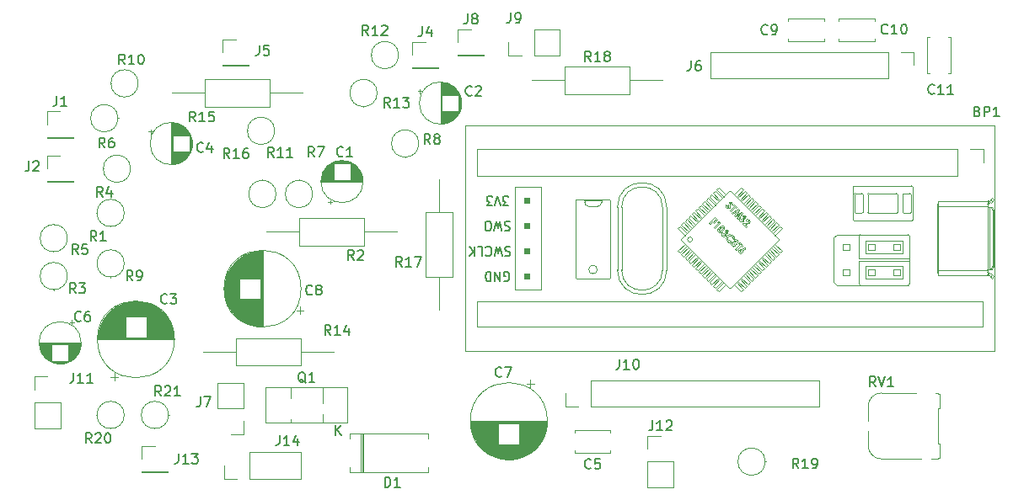
<source format=gto>
%TF.GenerationSoftware,KiCad,Pcbnew,(5.1.10)-1*%
%TF.CreationDate,2021-06-08T18:49:46-04:00*%
%TF.ProjectId,PSU_main,5053555f-6d61-4696-9e2e-6b696361645f,rev?*%
%TF.SameCoordinates,Original*%
%TF.FileFunction,Legend,Top*%
%TF.FilePolarity,Positive*%
%FSLAX46Y46*%
G04 Gerber Fmt 4.6, Leading zero omitted, Abs format (unit mm)*
G04 Created by KiCad (PCBNEW (5.1.10)-1) date 2021-06-08 18:49:46*
%MOMM*%
%LPD*%
G01*
G04 APERTURE LIST*
%ADD10C,0.120000*%
%ADD11C,0.100000*%
%ADD12C,0.150000*%
G04 APERTURE END LIST*
D10*
%TO.C,BP1*%
X181035000Y-89475000D02*
X181035000Y-90805000D01*
X179705000Y-89475000D02*
X181035000Y-89475000D01*
X130175000Y-104775000D02*
X180975000Y-104775000D01*
X130175000Y-107315000D02*
X130175000Y-104775000D01*
X180975000Y-107315000D02*
X130175000Y-107315000D01*
X180975000Y-104775000D02*
X180975000Y-107315000D01*
X130115000Y-89475000D02*
X178435000Y-89475000D01*
X130115000Y-92135000D02*
X130115000Y-89475000D01*
X178435000Y-92135000D02*
X130115000Y-92135000D01*
X178435000Y-89475000D02*
X178435000Y-92135000D01*
D11*
G36*
X135409940Y-101988620D02*
G01*
X134901940Y-101988620D01*
X134901940Y-102496620D01*
X135409940Y-102496620D01*
X135409940Y-101988620D01*
G37*
X135409940Y-101988620D02*
X134901940Y-101988620D01*
X134901940Y-102496620D01*
X135409940Y-102496620D01*
X135409940Y-101988620D01*
G36*
X135409940Y-99448620D02*
G01*
X134901940Y-99448620D01*
X134901940Y-99956620D01*
X135409940Y-99956620D01*
X135409940Y-99448620D01*
G37*
X135409940Y-99448620D02*
X134901940Y-99448620D01*
X134901940Y-99956620D01*
X135409940Y-99956620D01*
X135409940Y-99448620D01*
G36*
X135409940Y-96908620D02*
G01*
X134901940Y-96908620D01*
X134901940Y-97416620D01*
X135409940Y-97416620D01*
X135409940Y-96908620D01*
G37*
X135409940Y-96908620D02*
X134901940Y-96908620D01*
X134901940Y-97416620D01*
X135409940Y-97416620D01*
X135409940Y-96908620D01*
G36*
X135409940Y-94368620D02*
G01*
X134901940Y-94368620D01*
X134901940Y-94876620D01*
X135409940Y-94876620D01*
X135409940Y-94368620D01*
G37*
X135409940Y-94368620D02*
X134901940Y-94368620D01*
X134901940Y-94876620D01*
X135409940Y-94876620D01*
X135409940Y-94368620D01*
D10*
X136585000Y-103565000D02*
X136585000Y-93285000D01*
X133925000Y-103565000D02*
X136585000Y-103565000D01*
X133925000Y-93285000D02*
X133925000Y-103565000D01*
X136585000Y-93285000D02*
X133925000Y-93285000D01*
X129000000Y-87050000D02*
X182150000Y-87050000D01*
X129000000Y-109800000D02*
X129000000Y-87050000D01*
X182150000Y-109800000D02*
X129000000Y-109800000D01*
X182150000Y-87050000D02*
X182150000Y-109800000D01*
X155849848Y-98502586D02*
X155828766Y-98360003D01*
X155828766Y-98360003D02*
X155766771Y-98265255D01*
X155633551Y-98854227D02*
X155435763Y-98820512D01*
X155435763Y-98820512D02*
X155306663Y-98729825D01*
X155865677Y-98173786D02*
X155969432Y-98347176D01*
X155969432Y-98347176D02*
X155986361Y-98505667D01*
X157185022Y-96900335D02*
X157336522Y-96885050D01*
X157336522Y-96885050D02*
X157442431Y-96832025D01*
X157443600Y-96692112D02*
X157397673Y-96667298D01*
X157397673Y-96667298D02*
X157345242Y-96670551D01*
X157345242Y-96670551D02*
X157275004Y-96713891D01*
X181433500Y-102121427D02*
X181425331Y-102116486D01*
X181425331Y-102116486D02*
X181425000Y-102114896D01*
X181433500Y-94728572D02*
X181425331Y-94733513D01*
X181425331Y-94733513D02*
X181425000Y-94735103D01*
X155291790Y-95138623D02*
X155281257Y-95229185D01*
X155281257Y-95229185D02*
X155290403Y-95263932D01*
X155290403Y-95263932D02*
X155310700Y-95293515D01*
X155589038Y-95217026D02*
X155570041Y-95323398D01*
X155570041Y-95323398D02*
X155522216Y-95393483D01*
X155581920Y-95087524D02*
X155586916Y-95159997D01*
X155586916Y-95159997D02*
X155589038Y-95217026D01*
X155578308Y-94947080D02*
X155578282Y-95025755D01*
X155578282Y-95025755D02*
X155581920Y-95087524D01*
X155594881Y-94912872D02*
X155582879Y-94930741D01*
X155582879Y-94930741D02*
X155578308Y-94947080D01*
X142228067Y-101584145D02*
G75*
G03*
X142228067Y-101584145I-425876J0D01*
G01*
X156833062Y-96176761D02*
X156904168Y-96136271D01*
X156904168Y-96136271D02*
X156967238Y-96123962D01*
X156967238Y-96123962D02*
X157067905Y-96144459D01*
X157067905Y-96144459D02*
X157133710Y-96191847D01*
X156828919Y-96656842D02*
X156846869Y-96632332D01*
X156846869Y-96632332D02*
X156856249Y-96603451D01*
X156856249Y-96603451D02*
X156851394Y-96543152D01*
X156851394Y-96543152D02*
X156785468Y-96441927D01*
X156873856Y-96353538D02*
X156952713Y-96405222D01*
X156952713Y-96405222D02*
X156999494Y-96410137D01*
X156999494Y-96410137D02*
X157022158Y-96403399D01*
X157022158Y-96403399D02*
X157041497Y-96389871D01*
X151806424Y-98559498D02*
G75*
G03*
X151806424Y-98559498I-250000J0D01*
G01*
X156488963Y-99580457D02*
X156577517Y-99522659D01*
X156577517Y-99522659D02*
X156655860Y-99493449D01*
X156329397Y-98937729D02*
X156249218Y-98987435D01*
X156249218Y-98987435D02*
X156175673Y-99000514D01*
X155750942Y-98849872D02*
X155859969Y-98787608D01*
X155859969Y-98787608D02*
X155959271Y-98784112D01*
X155959271Y-98784112D02*
X155981628Y-98691495D01*
X155981628Y-98691495D02*
X156024925Y-98630282D01*
X155865677Y-98173786D02*
X155969432Y-98347176D01*
X155969432Y-98347176D02*
X155986361Y-98505667D01*
X155849848Y-98502586D02*
X155828766Y-98360003D01*
X155828766Y-98360003D02*
X155766771Y-98265255D01*
X155633551Y-98854227D02*
X155435763Y-98820512D01*
X155435763Y-98820512D02*
X155306663Y-98729825D01*
X155044898Y-97638569D02*
X155116004Y-97598079D01*
X155116004Y-97598079D02*
X155179074Y-97585769D01*
X155179074Y-97585769D02*
X155279741Y-97606266D01*
X155279741Y-97606266D02*
X155345545Y-97653654D01*
X155040754Y-98118649D02*
X155058704Y-98094139D01*
X155058704Y-98094139D02*
X155068084Y-98065258D01*
X155068084Y-98065258D02*
X155063230Y-98004959D01*
X155063230Y-98004959D02*
X154997304Y-97903734D01*
X155085692Y-97815345D02*
X155164549Y-97867029D01*
X155164549Y-97867029D02*
X155211330Y-97871944D01*
X155211330Y-97871944D02*
X155233994Y-97865206D01*
X155233994Y-97865206D02*
X155253333Y-97851678D01*
X154717160Y-97169537D02*
X154841990Y-97177776D01*
X154841990Y-97177776D02*
X154924320Y-97232429D01*
X154924320Y-97232429D02*
X154965428Y-97284733D01*
X154965428Y-97284733D02*
X154990272Y-97346348D01*
X154990272Y-97346348D02*
X154994756Y-97412609D01*
X154994756Y-97412609D02*
X154980397Y-97477570D01*
X154980397Y-97477570D02*
X154915535Y-97593459D01*
X154915535Y-97593459D02*
X154827114Y-97693174D01*
X154827114Y-97693174D02*
X154727916Y-97781220D01*
X154727916Y-97781220D02*
X154612810Y-97846233D01*
X154612810Y-97846233D02*
X154548461Y-97861884D01*
X154548461Y-97861884D02*
X154482436Y-97859126D01*
X154482436Y-97859126D02*
X154421304Y-97834035D01*
X154421304Y-97834035D02*
X154369555Y-97792717D01*
X154369555Y-97792717D02*
X154328443Y-97741418D01*
X154328443Y-97741418D02*
X154302759Y-97681026D01*
X154302759Y-97681026D02*
X154297734Y-97615594D01*
X154297734Y-97615594D02*
X154311239Y-97551271D01*
X154311239Y-97551271D02*
X154374398Y-97436315D01*
X154374398Y-97436315D02*
X154461768Y-97337815D01*
X154461768Y-97337815D02*
X154593893Y-97225801D01*
X154593893Y-97225801D02*
X154717160Y-97169537D01*
X157443600Y-96692112D02*
X157397673Y-96667298D01*
X157397673Y-96667298D02*
X157345242Y-96670551D01*
X157345242Y-96670551D02*
X157275004Y-96713891D01*
X157185022Y-96900335D02*
X157336522Y-96885050D01*
X157336522Y-96885050D02*
X157442431Y-96832025D01*
X156833062Y-96176761D02*
X156904168Y-96136271D01*
X156904168Y-96136271D02*
X156967238Y-96123962D01*
X156967238Y-96123962D02*
X157067905Y-96144459D01*
X157067905Y-96144459D02*
X157133710Y-96191847D01*
X156828919Y-96656842D02*
X156846869Y-96632332D01*
X156846869Y-96632332D02*
X156856249Y-96603451D01*
X156856249Y-96603451D02*
X156851394Y-96543152D01*
X156851394Y-96543152D02*
X156785468Y-96441927D01*
X156873856Y-96353538D02*
X156952713Y-96405222D01*
X156952713Y-96405222D02*
X156999494Y-96410137D01*
X156999494Y-96410137D02*
X157022158Y-96403399D01*
X157022158Y-96403399D02*
X157041497Y-96389871D01*
X155594881Y-94912872D02*
X155582879Y-94930741D01*
X155582879Y-94930741D02*
X155578308Y-94947080D01*
X155578308Y-94947080D02*
X155578282Y-95025755D01*
X155578282Y-95025755D02*
X155581920Y-95087524D01*
X155581920Y-95087524D02*
X155586916Y-95159997D01*
X155586916Y-95159997D02*
X155589038Y-95217026D01*
X155589038Y-95217026D02*
X155570041Y-95323398D01*
X155570041Y-95323398D02*
X155522216Y-95393483D01*
X155291790Y-95138623D02*
X155281257Y-95229185D01*
X155281257Y-95229185D02*
X155290403Y-95263932D01*
X155290403Y-95263932D02*
X155310700Y-95293515D01*
X154731926Y-97597987D02*
X154832437Y-97476389D01*
X154832437Y-97476389D02*
X154857191Y-97402089D01*
X154857191Y-97402089D02*
X154852521Y-97363056D01*
X154852521Y-97363056D02*
X154831469Y-97329953D01*
X154831469Y-97329953D02*
X154797448Y-97307581D01*
X154797448Y-97307581D02*
X154757275Y-97301047D01*
X154757275Y-97301047D02*
X154681011Y-97328847D01*
X154681011Y-97328847D02*
X154555893Y-97434064D01*
X154555893Y-97434064D02*
X154458632Y-97553762D01*
X154458632Y-97553762D02*
X154436791Y-97627121D01*
X154436791Y-97627121D02*
X154443141Y-97665038D01*
X154443141Y-97665038D02*
X154464318Y-97697105D01*
X154558868Y-97718777D02*
X154662323Y-97660817D01*
X154662323Y-97660817D02*
X154731926Y-97597987D01*
X156329397Y-98937729D02*
X156249218Y-98987435D01*
X156249218Y-98987435D02*
X156175673Y-99000514D01*
X155959271Y-98784112D02*
X155981628Y-98691495D01*
X155981628Y-98691495D02*
X156024925Y-98630282D01*
X155750942Y-98849872D02*
X155859969Y-98787608D01*
X155859969Y-98787608D02*
X155959271Y-98784112D01*
X155085692Y-97815345D02*
X155164549Y-97867029D01*
X155164549Y-97867029D02*
X155211330Y-97871944D01*
X155211330Y-97871944D02*
X155233994Y-97865206D01*
X155233994Y-97865206D02*
X155253333Y-97851678D01*
X155040754Y-98118649D02*
X155058704Y-98094139D01*
X155058704Y-98094139D02*
X155068084Y-98065258D01*
X155068084Y-98065258D02*
X155063230Y-98004959D01*
X155063230Y-98004959D02*
X154997304Y-97903734D01*
X155179074Y-97585769D02*
X155279741Y-97606266D01*
X155279741Y-97606266D02*
X155345545Y-97653654D01*
X155044898Y-97638569D02*
X155116004Y-97598079D01*
X155116004Y-97598079D02*
X155179074Y-97585769D01*
X154717160Y-97169537D02*
X154841990Y-97177776D01*
X154841990Y-97177776D02*
X154924320Y-97232429D01*
X154461768Y-97337815D02*
X154593893Y-97225801D01*
X154593893Y-97225801D02*
X154717160Y-97169537D01*
X154369555Y-97792717D02*
X154328443Y-97741418D01*
X154328443Y-97741418D02*
X154302759Y-97681026D01*
X154302759Y-97681026D02*
X154297734Y-97615594D01*
X154297734Y-97615594D02*
X154311239Y-97551271D01*
X154311239Y-97551271D02*
X154374398Y-97436315D01*
X154374398Y-97436315D02*
X154461768Y-97337815D01*
X154827114Y-97693174D02*
X154727916Y-97781220D01*
X154727916Y-97781220D02*
X154612810Y-97846233D01*
X154612810Y-97846233D02*
X154548461Y-97861884D01*
X154548461Y-97861884D02*
X154482436Y-97859126D01*
X154482436Y-97859126D02*
X154421304Y-97834035D01*
X154421304Y-97834035D02*
X154369555Y-97792717D01*
X154924320Y-97232429D02*
X154965428Y-97284733D01*
X154965428Y-97284733D02*
X154990272Y-97346348D01*
X154990272Y-97346348D02*
X154994756Y-97412609D01*
X154994756Y-97412609D02*
X154980397Y-97477570D01*
X154980397Y-97477570D02*
X154915535Y-97593459D01*
X154915535Y-97593459D02*
X154827114Y-97693174D01*
X154831469Y-97329953D02*
X154797448Y-97307581D01*
X154797448Y-97307581D02*
X154757275Y-97301047D01*
X154757275Y-97301047D02*
X154681011Y-97328847D01*
X154681011Y-97328847D02*
X154555893Y-97434064D01*
X154731926Y-97597987D02*
X154832437Y-97476389D01*
X154832437Y-97476389D02*
X154857191Y-97402089D01*
X154857191Y-97402089D02*
X154852521Y-97363056D01*
X154852521Y-97363056D02*
X154831469Y-97329953D01*
X154558868Y-97718777D02*
X154662323Y-97660817D01*
X154662323Y-97660817D02*
X154731926Y-97597987D01*
X154555893Y-97434064D02*
X154458632Y-97553762D01*
X154458632Y-97553762D02*
X154436791Y-97627121D01*
X154436791Y-97627121D02*
X154443141Y-97665038D01*
X154443141Y-97665038D02*
X154464318Y-97697105D01*
X156488963Y-99580457D02*
X156577517Y-99522659D01*
X156577517Y-99522659D02*
X156655860Y-99493449D01*
X172925000Y-101265000D02*
X172925000Y-102465000D01*
X169185000Y-101265000D02*
X172925000Y-101265000D01*
X173583600Y-100695000D02*
X168515000Y-100695000D01*
X168515000Y-103035000D02*
X168515000Y-100695000D01*
X173495000Y-103135000D02*
X168615000Y-103135000D01*
X169185000Y-102465000D02*
X169185000Y-101265000D01*
X172925000Y-102465000D02*
X169185000Y-102465000D01*
X153474305Y-96870270D02*
X154004635Y-96339940D01*
X153569492Y-96965458D02*
X153474305Y-96870270D01*
X153807461Y-96727489D02*
X153569492Y-96965458D01*
X153970639Y-96890667D02*
X153807461Y-96727489D01*
X154065827Y-96795480D02*
X153970639Y-96890667D01*
X153902648Y-96632301D02*
X154065827Y-96795480D01*
X154004635Y-96530315D02*
X153902648Y-96632301D01*
X154167813Y-96693493D02*
X154004635Y-96530315D01*
X154263001Y-96598306D02*
X154167813Y-96693493D01*
X154004635Y-96339940D02*
X154263001Y-96598306D01*
X168515000Y-100495000D02*
X168515000Y-98155000D01*
X172925000Y-98725000D02*
X172925000Y-99925000D01*
X169185000Y-98725000D02*
X172925000Y-98725000D01*
X173595000Y-98155000D02*
X173595000Y-103035000D01*
X172925000Y-99925000D02*
X169185000Y-99925000D01*
X168515000Y-100495000D02*
X173583600Y-100495000D01*
X169185000Y-99925000D02*
X169185000Y-98725000D01*
X168615000Y-98055000D02*
X173495000Y-98055000D01*
X173202997Y-98054000D02*
X173013894Y-98054000D01*
X172390497Y-98054000D02*
X172345625Y-98054000D01*
X172473830Y-98054000D02*
X172439876Y-98054000D01*
X155986361Y-98505667D02*
X155849848Y-98502586D01*
X155636951Y-98715483D02*
X155633551Y-98854227D01*
X155955977Y-95041311D02*
X156241540Y-95326874D01*
X156241540Y-95326874D02*
X156146352Y-95422061D01*
X156146352Y-95422061D02*
X156051165Y-95326874D01*
X156051165Y-95326874D02*
X155616022Y-95762016D01*
X155616022Y-95762016D02*
X155520835Y-95666829D01*
X155520835Y-95666829D02*
X155955977Y-95231686D01*
X155955977Y-95231686D02*
X155860790Y-95136499D01*
X155860790Y-95136499D02*
X155955977Y-95041311D01*
X157275004Y-96713891D02*
X157179816Y-96618703D01*
X157194902Y-97037273D02*
X157076130Y-97045347D01*
X157076130Y-97045347D02*
X157254606Y-97223823D01*
X157254606Y-97223823D02*
X157166218Y-97312212D01*
X157166218Y-97312212D02*
X156812664Y-96958658D01*
X156812664Y-96958658D02*
X156860896Y-96910427D01*
X156860896Y-96910427D02*
X157185022Y-96900335D01*
X148782412Y-95312950D02*
X148782412Y-101612950D01*
X144682412Y-101612950D02*
X144682412Y-95312950D01*
X149207412Y-101612950D02*
X149207412Y-95312950D01*
X144257412Y-95312950D02*
X144257412Y-101612950D01*
X181589569Y-95325000D02*
X181589569Y-101525000D01*
X181870211Y-95325000D02*
X181525000Y-95325000D01*
X181931605Y-101275000D02*
X181931605Y-95575000D01*
X181870211Y-101525000D02*
X181525000Y-101525000D01*
X181931605Y-101275000D02*
X182075000Y-101275000D01*
X181931605Y-95575000D02*
X182075000Y-95575000D01*
X182075000Y-101275000D02*
X182075000Y-95575000D01*
X181446175Y-101563464D02*
X181446175Y-95286535D01*
X181425000Y-95225000D02*
X181425064Y-95228589D01*
X181425000Y-101625000D02*
X181425064Y-101621410D01*
X181425064Y-101621410D02*
X176415000Y-101621410D01*
X181425000Y-102114896D02*
X181425000Y-101625000D01*
X181430575Y-102121410D02*
X181433500Y-102121427D01*
X181430575Y-102121410D02*
X176425000Y-102121410D01*
X181425000Y-94735103D02*
X181425000Y-95225000D01*
X176425000Y-102121410D02*
X176425000Y-94728589D01*
X181430575Y-94728589D02*
X176425000Y-94728589D01*
X181430575Y-94728589D02*
X181433500Y-94728572D01*
X181425064Y-95228589D02*
X176415000Y-95228589D01*
X176415000Y-101875011D02*
X176415000Y-94974988D01*
X181525000Y-101884271D02*
X181525000Y-102139927D01*
X181425000Y-101875011D02*
X181429215Y-101875011D01*
X181425000Y-94974988D02*
X181429215Y-94974988D01*
X181525000Y-94965728D02*
X181525000Y-94710072D01*
X181759759Y-101999857D02*
X182075000Y-102277612D01*
X181724531Y-102297215D02*
X181887422Y-102112340D01*
X182075000Y-102277612D02*
X181912108Y-102462487D01*
X181912108Y-102462487D02*
X181595847Y-102183833D01*
X181912108Y-94387512D02*
X181595847Y-94666166D01*
X182075000Y-94572387D02*
X181912108Y-94387512D01*
X181759759Y-94850142D02*
X182075000Y-94572387D01*
X181724531Y-94552784D02*
X181887422Y-94737659D01*
X173902723Y-96562533D02*
X173902723Y-93262533D01*
X167902723Y-93262533D02*
X167902723Y-96562533D01*
X173802723Y-93162533D02*
X168002723Y-93162533D01*
X168002723Y-96662533D02*
X173802723Y-96662533D01*
X173002723Y-93912533D02*
X173652723Y-93912533D01*
X173652723Y-95912533D02*
X173002723Y-95912533D01*
X173752723Y-94012533D02*
X173752723Y-95812533D01*
X172902723Y-95812533D02*
X172902723Y-94012533D01*
X172302723Y-95912533D02*
X169502723Y-95912533D01*
X169502723Y-93912533D02*
X172302723Y-93912533D01*
X172402723Y-94012533D02*
X172402723Y-95812533D01*
X169402723Y-95812533D02*
X169402723Y-94012533D01*
X168152723Y-93912533D02*
X168802723Y-93912533D01*
X168052723Y-95812533D02*
X168052723Y-94012533D01*
X168902723Y-94012533D02*
X168902723Y-95812533D01*
X168802723Y-95912533D02*
X168152723Y-95912533D01*
X173902622Y-96567017D02*
X173902723Y-96562533D01*
X155157826Y-95105159D02*
X155291790Y-95138623D01*
X155830725Y-95057778D02*
X155694424Y-95051722D01*
X142643233Y-94825774D02*
X142643233Y-94639188D01*
X140961149Y-94639188D02*
X140961149Y-94825774D01*
X142243233Y-95225774D02*
X141361149Y-95225774D01*
X143452810Y-94532720D02*
X143452191Y-94532718D01*
X141161149Y-94616800D02*
X142443233Y-94616800D01*
X143452191Y-94532718D02*
X140152191Y-94532718D01*
X143552189Y-102433337D02*
X143552191Y-102432718D01*
X143552191Y-94632718D02*
X143552189Y-94632100D01*
X143552191Y-94632718D02*
X143552191Y-102432718D01*
X143452191Y-102532718D02*
X143452810Y-102532717D01*
X143452191Y-102532718D02*
X140152191Y-102532718D01*
X140052193Y-94632100D02*
X140052191Y-94632718D01*
X140052191Y-94632718D02*
X140052191Y-102432718D01*
X140052191Y-102432718D02*
X140052193Y-102433337D01*
X143562191Y-101032718D02*
X143562191Y-101532718D01*
X143562191Y-96032718D02*
X143562191Y-95532718D01*
X140052196Y-102433666D02*
X140052191Y-102432718D01*
X173596000Y-100136472D02*
X173596000Y-99947369D01*
X170103199Y-102183198D02*
X169466802Y-102183198D01*
X172006802Y-101546801D02*
X172643199Y-101546801D01*
X167563199Y-99643198D02*
X166926802Y-99643198D01*
X167563199Y-99006801D02*
X167563199Y-99643198D01*
X172643199Y-102183198D02*
X172006802Y-102183198D01*
X170103199Y-99643198D02*
X169466802Y-99643198D01*
X170103199Y-99006801D02*
X170103199Y-99643198D01*
X169466802Y-99006801D02*
X170103199Y-99006801D01*
X172006802Y-102183198D02*
X172006802Y-101546801D01*
X169466802Y-101546801D02*
X170103199Y-101546801D01*
X166926802Y-99006801D02*
X167563199Y-99006801D01*
X166926802Y-101546801D02*
X167563199Y-101546801D01*
X170103199Y-101546801D02*
X170103199Y-102183198D01*
X167563199Y-102183198D02*
X166926802Y-102183198D01*
X167563199Y-101546801D02*
X167563199Y-102183198D01*
X166926802Y-99643198D02*
X166926802Y-99006801D01*
X166926802Y-102183198D02*
X166926802Y-101546801D01*
X172006802Y-99643198D02*
X172006802Y-99006801D01*
X172006802Y-99006801D02*
X172643199Y-99006801D01*
X165975000Y-98355000D02*
X165975000Y-102835000D01*
X166275000Y-103135000D02*
X168215000Y-103135000D01*
X165975000Y-102835000D02*
X166275000Y-103135000D01*
X168215000Y-103135000D02*
X168615000Y-103135000D01*
X168615000Y-98055000D02*
X168215000Y-98055000D01*
X166275000Y-98055000D02*
X165975000Y-98355000D01*
X168215000Y-98055000D02*
X166275000Y-98055000D01*
X169466802Y-99643198D02*
X169466802Y-99006801D01*
X169466802Y-102183198D02*
X169466802Y-101546801D01*
X172643199Y-99643198D02*
X172006802Y-99643198D01*
X172643199Y-99006801D02*
X172643199Y-99643198D01*
X172643199Y-101546801D02*
X172643199Y-102183198D01*
X156928249Y-96271949D02*
X156833062Y-96176761D01*
X156567897Y-96387534D02*
X156663084Y-96482721D01*
X156785468Y-96441927D02*
X156873856Y-96353538D01*
X154562161Y-96897466D02*
X154031831Y-97427797D01*
X155834868Y-95980862D02*
X155738406Y-95884400D01*
X155738406Y-95884400D02*
X156358293Y-95443627D01*
X156226348Y-95702418D02*
X155834868Y-95980862D01*
X156001021Y-96147015D02*
X156226348Y-95702418D01*
X156093872Y-96239866D02*
X156001021Y-96147015D01*
X156539107Y-96015177D02*
X156093872Y-96239866D01*
X156260769Y-96406762D02*
X156539107Y-96015177D01*
X156357125Y-96503118D02*
X156260769Y-96406762D01*
X156797791Y-95883125D02*
X156357125Y-96503118D01*
X156699948Y-95785282D02*
X156797791Y-95883125D01*
X156208182Y-96033343D02*
X156699948Y-95785282D01*
X156457093Y-95542426D02*
X156208182Y-96033343D01*
X156358293Y-95443627D02*
X156457093Y-95542426D01*
X154269800Y-96781882D02*
X154415024Y-96750330D01*
X154378585Y-96890667D02*
X154269800Y-96781882D01*
X153936644Y-97332609D02*
X154378585Y-96890667D01*
X154031831Y-97427797D02*
X153936644Y-97332609D01*
X154415024Y-96750330D02*
X154562161Y-96897466D01*
X150656676Y-98509498D02*
X150656676Y-98609498D01*
X155506424Y-93659750D02*
X150656676Y-98509498D01*
X160456171Y-98509498D02*
X155606424Y-93659750D01*
X155506424Y-103459245D02*
X150656676Y-98609498D01*
X155606424Y-103459245D02*
X160456171Y-98609498D01*
X155506424Y-93659750D02*
X155606424Y-93659750D01*
X160456171Y-98609498D02*
X160456171Y-98509498D01*
X155606424Y-103459245D02*
X155506424Y-103459245D01*
X153364393Y-94387568D02*
X154071500Y-95094674D01*
X153010839Y-94741121D02*
X153717946Y-95448228D01*
X151384494Y-100751529D02*
X152091601Y-100044422D01*
X158314140Y-94953253D02*
X157607033Y-95660360D01*
X154212921Y-93539039D02*
X154920028Y-94246146D01*
X157748455Y-102731428D02*
X157041348Y-102024321D01*
X159516222Y-100963661D02*
X158809115Y-100256554D01*
X153152261Y-102519296D02*
X153859368Y-101812189D01*
X158102008Y-94741121D02*
X157394901Y-95448228D01*
X150323834Y-99690868D02*
X151030940Y-98983762D01*
X151596626Y-100963661D02*
X152303733Y-100256554D01*
X158809115Y-95448228D02*
X158102008Y-96155334D01*
X157960587Y-102519296D02*
X157253480Y-101812189D01*
X157041348Y-103438534D02*
X156334241Y-102731428D01*
X154425053Y-93326907D02*
X155132160Y-94034014D01*
X156899927Y-103579956D02*
X156192820Y-102872849D01*
X159728354Y-96367467D02*
X159021247Y-97074573D01*
X152091601Y-101458635D02*
X152798707Y-100751529D01*
X150677387Y-97074573D02*
X151384494Y-97781680D01*
X150323834Y-97428127D02*
X151030940Y-98135233D01*
X160435461Y-97074573D02*
X159728354Y-97781680D01*
X160789014Y-99690868D02*
X160081907Y-98983762D01*
X159516222Y-96155334D02*
X158809115Y-96862441D01*
X151738047Y-101105082D02*
X152445154Y-100397975D01*
X150677387Y-100044422D02*
X151384494Y-99337315D01*
X159021247Y-95660360D02*
X158314140Y-96367467D01*
X159728354Y-100751529D02*
X159021247Y-100044422D01*
X157960587Y-94599700D02*
X157253480Y-95306806D01*
X156687795Y-103792088D02*
X155980688Y-103084981D01*
X151030940Y-100397975D02*
X151738047Y-99690868D01*
X150889519Y-96862441D02*
X151596626Y-97569548D01*
X159374800Y-96013913D02*
X158667694Y-96721020D01*
X160223329Y-100256554D02*
X159516222Y-99549447D01*
X152798707Y-102165742D02*
X153505814Y-101458635D01*
X150535966Y-97215995D02*
X151243072Y-97923101D01*
X154212921Y-103579956D02*
X154920028Y-102872849D01*
X154425053Y-103792088D02*
X155132160Y-103084981D01*
X157253480Y-103226402D02*
X156546373Y-102519296D01*
X153364393Y-102731428D02*
X154071500Y-102024321D01*
X151030940Y-96721020D02*
X151738047Y-97428127D01*
X160081907Y-100397975D02*
X159374800Y-99690868D01*
X152303733Y-95448228D02*
X153010839Y-96155334D01*
X159021247Y-101458635D02*
X158314140Y-100751529D01*
X158809115Y-101670767D02*
X158102008Y-100963661D01*
X150889519Y-100256554D02*
X151596626Y-99549447D01*
X152657286Y-95094674D02*
X153364393Y-95801781D01*
X157041348Y-93680461D02*
X156334241Y-94387568D01*
X152445154Y-101812189D02*
X153152261Y-101105082D01*
X159869775Y-96508888D02*
X159162668Y-97215995D01*
X153010839Y-102377874D02*
X153717946Y-101670767D01*
X159162668Y-95801781D02*
X158455562Y-96508888D01*
X152091601Y-95660360D02*
X152798707Y-96367467D01*
X158455562Y-102024321D02*
X157748455Y-101317214D01*
X158314140Y-102165742D02*
X157607033Y-101458635D01*
X158102008Y-102377874D02*
X157394901Y-101670767D01*
X154071500Y-93680461D02*
X154778606Y-94387568D01*
X151596626Y-96155334D02*
X152303733Y-96862441D01*
X160081907Y-96721020D02*
X159374800Y-97428127D01*
X159162668Y-101317214D02*
X158455562Y-100610107D01*
X153152261Y-94599700D02*
X153859368Y-95306806D01*
X158667694Y-95306806D02*
X157960587Y-96013913D01*
X157394901Y-103084981D02*
X156687795Y-102377874D01*
X156899927Y-93539039D02*
X156192820Y-94246146D01*
X160576882Y-97215995D02*
X159869775Y-97923101D01*
X153717946Y-94034014D02*
X154425053Y-94741121D01*
X153859368Y-93892593D02*
X154566474Y-94599700D01*
X153505814Y-102872849D02*
X154212921Y-102165742D01*
X157607033Y-94246146D02*
X156899927Y-94953253D01*
X152798707Y-94953253D02*
X153505814Y-95660360D01*
X159869775Y-100610107D02*
X159162668Y-99903000D01*
X151384494Y-96367467D02*
X152091601Y-97074573D01*
X159374800Y-101105082D02*
X158667694Y-100397975D01*
X158455562Y-95094674D02*
X157748455Y-95801781D01*
X151950179Y-95801781D02*
X152657286Y-96508888D01*
X151243072Y-96508888D02*
X151950179Y-97215995D01*
X152657286Y-102024321D02*
X153364393Y-101317214D01*
X151243072Y-100610107D02*
X151950179Y-99903000D01*
X160789014Y-97428127D02*
X160081907Y-98135233D01*
X157253480Y-93892593D02*
X156546373Y-94599700D01*
X153859368Y-103226402D02*
X154566474Y-102519296D01*
X151950179Y-101317214D02*
X152657286Y-100610107D01*
X157748455Y-94387568D02*
X157041348Y-95094674D01*
X150535966Y-99903000D02*
X151243072Y-99195894D01*
X153717946Y-103084981D02*
X154425053Y-102377874D01*
X160223329Y-96862441D02*
X159516222Y-97569548D01*
X160576882Y-99903000D02*
X159869775Y-99195894D01*
X157394901Y-94034014D02*
X156687795Y-94741121D01*
X152445154Y-95306806D02*
X153152261Y-96013913D01*
X157607033Y-102872849D02*
X156899927Y-102165742D01*
X153505814Y-94246146D02*
X154212921Y-94953253D01*
X152303733Y-101670767D02*
X153010839Y-100963661D01*
X160435461Y-100044422D02*
X159728354Y-99337315D01*
X151738047Y-96013913D02*
X152445154Y-96721020D01*
X158667694Y-101812189D02*
X157960587Y-101105082D01*
X154071500Y-103438534D02*
X154778606Y-102731428D01*
X156687795Y-93326907D02*
X155980688Y-94034014D01*
X151950179Y-101317214D02*
X151738047Y-101105082D01*
X153859368Y-93892593D02*
X154071500Y-93680461D01*
X151738047Y-96013913D02*
X151950179Y-95801781D01*
X159516222Y-100963661D02*
X159728354Y-100751529D01*
X159374800Y-96013913D02*
X159162668Y-95801781D01*
X157041348Y-103438534D02*
X157253480Y-103226402D01*
X151596626Y-100963661D02*
X151384494Y-100751529D01*
X153364393Y-102731428D02*
X153152261Y-102519296D01*
X152091601Y-95660360D02*
X152303733Y-95448228D01*
X153717946Y-103084981D02*
X153505814Y-102872849D01*
X151030940Y-96721020D02*
X151243072Y-96508888D01*
X156899927Y-93539039D02*
X156687795Y-93326907D01*
X159728354Y-96367467D02*
X159516222Y-96155334D01*
X154425053Y-103792088D02*
X154212921Y-103579956D01*
X154212921Y-93539039D02*
X154425053Y-93326907D01*
X158314140Y-94953253D02*
X158102008Y-94741121D01*
X151243072Y-100610107D02*
X151030940Y-100397975D01*
X152798707Y-94953253D02*
X153010839Y-94741121D01*
X158102008Y-102377874D02*
X158314140Y-102165742D01*
X159869775Y-100610107D02*
X160081907Y-100397975D01*
X159162668Y-101317214D02*
X159374800Y-101105082D01*
X157394901Y-103084981D02*
X157607033Y-102872849D01*
X160435461Y-97074573D02*
X160223329Y-96862441D01*
X151384494Y-96367467D02*
X151596626Y-96155334D01*
X157748455Y-102731428D02*
X157960587Y-102519296D01*
X153010839Y-102377874D02*
X152798707Y-102165742D01*
X158455562Y-102024321D02*
X158667694Y-101812189D01*
X158667694Y-95306806D02*
X158455562Y-95094674D01*
X157960587Y-94599700D02*
X157748455Y-94387568D01*
X156687795Y-103792088D02*
X156899927Y-103579956D01*
X157607033Y-94246146D02*
X157394901Y-94034014D01*
X152303733Y-101670767D02*
X152091601Y-101458635D01*
X160576882Y-99903000D02*
X160789014Y-99690868D01*
X158809115Y-101670767D02*
X159021247Y-101458635D01*
X153152261Y-94599700D02*
X153364393Y-94387568D01*
X150535966Y-99903000D02*
X150323834Y-99690868D01*
X160081907Y-96721020D02*
X159869775Y-96508888D01*
X152657286Y-102024321D02*
X152445154Y-101812189D01*
X150677387Y-97074573D02*
X150889519Y-96862441D01*
X160223329Y-100256554D02*
X160435461Y-100044422D01*
X153505814Y-94246146D02*
X153717946Y-94034014D01*
X154071500Y-103438534D02*
X153859368Y-103226402D01*
X152445154Y-95306806D02*
X152657286Y-95094674D01*
X160789014Y-97428127D02*
X160576882Y-97215995D01*
X159021247Y-95660360D02*
X158809115Y-95448228D01*
X150889519Y-100256554D02*
X150677387Y-100044422D01*
X157253480Y-93892593D02*
X157041348Y-93680461D01*
X150323834Y-97428127D02*
X150535966Y-97215995D01*
X156438714Y-98964394D02*
X156533901Y-98869207D01*
X156533901Y-99059581D02*
X156438714Y-98964394D01*
X156098759Y-99494724D02*
X156533901Y-99059581D01*
X156193946Y-99589912D02*
X156098759Y-99494724D01*
X156629089Y-99154769D02*
X156193946Y-99589912D01*
X156724276Y-99249956D02*
X156629089Y-99154769D01*
X156819464Y-99154769D02*
X156724276Y-99249956D01*
X156533901Y-98869207D02*
X156819464Y-99154769D01*
X154997304Y-97903734D02*
X155085692Y-97815345D01*
X154779733Y-97849341D02*
X154874920Y-97944528D01*
X155140085Y-97733756D02*
X155044898Y-97638569D01*
X157055308Y-99363416D02*
X157096846Y-99490368D01*
X157096846Y-99490368D02*
X156822757Y-99579607D01*
X156655860Y-99493449D02*
X157055308Y-99363416D01*
X173002723Y-95912533D02*
X172902723Y-95812533D01*
X154558868Y-97718777D02*
G75*
G02*
X154464318Y-97697105I-29818J86999D01*
G01*
X156015257Y-98948884D02*
G75*
G02*
X156022587Y-99108556I-73551J-83381D01*
G01*
X155854735Y-98936454D02*
G75*
G02*
X156015257Y-98948884I74125J-85459D01*
G01*
X155864509Y-99097295D02*
G75*
G02*
X155854735Y-98936454I72131J85101D01*
G01*
X156022587Y-99108557D02*
G75*
G02*
X155864508Y-99097295I-73960J76930D01*
G01*
X156229747Y-98728232D02*
G75*
G02*
X156229641Y-98847109I-54157J-59390D01*
G01*
X156113312Y-98732268D02*
G75*
G02*
X156229748Y-98728231I60112J-52612D01*
G01*
X156109169Y-98852421D02*
G75*
G02*
X156113313Y-98732268I59580J58093D01*
G01*
X156229641Y-98847109D02*
G75*
G02*
X156109170Y-98852421I-62715J53569D01*
G01*
X156724808Y-99806951D02*
G75*
G02*
X156580539Y-99813326I-75248J67280D01*
G01*
X156580540Y-99813326D02*
G75*
G02*
X156588825Y-99670970I74927J67058D01*
G01*
X156588826Y-99670971D02*
G75*
G02*
X156729800Y-99663427I74153J-64740D01*
G01*
X156729800Y-99663427D02*
G75*
G02*
X156724807Y-99806952I-70493J-69397D01*
G01*
X155249720Y-97748204D02*
G75*
G02*
X155253333Y-97851678I-46311J-53417D01*
G01*
X155040755Y-98118649D02*
G75*
G02*
X154879807Y-98112594I-77585J79814D01*
G01*
X154879807Y-98112593D02*
G75*
G02*
X154874920Y-97944528I83460J86530D01*
G01*
X154779414Y-98202575D02*
G75*
G02*
X154779733Y-97849341I169650J176464D01*
G01*
X155134985Y-98214792D02*
G75*
G02*
X154779414Y-98202576I-171919J176853D01*
G01*
X155172487Y-97980968D02*
G75*
G02*
X155134986Y-98214793I-169355J-92758D01*
G01*
X155354575Y-97940810D02*
G75*
G02*
X155172487Y-97980967I-122430J122238D01*
G01*
X155345545Y-97653655D02*
G75*
G02*
X155354575Y-97940810I-136122J-148000D01*
G01*
X155140085Y-97733756D02*
G75*
G02*
X155249721Y-97748204I45131J-80733D01*
G01*
X156327273Y-98635381D02*
G75*
G02*
X156329397Y-98937729I-142157J-152180D01*
G01*
X156024924Y-98630282D02*
G75*
G02*
X156327272Y-98635381I148798J-143427D01*
G01*
X155770277Y-99193438D02*
G75*
G02*
X155750942Y-98849872I137298J180054D01*
G01*
X156111294Y-99210224D02*
G75*
G02*
X155770277Y-99193439I-162949J161978D01*
G01*
X156175673Y-99000515D02*
G75*
G02*
X156111294Y-99210224I-223304J-46184D01*
G01*
X156487158Y-99910320D02*
G75*
G02*
X156488963Y-99580457I165584J164030D01*
G01*
X156814577Y-99907558D02*
G75*
G02*
X156487157Y-99910319I-165063J159052D01*
G01*
X156822757Y-99579607D02*
G75*
G02*
X156814577Y-99907557I-163695J-159994D01*
G01*
X156928249Y-96271949D02*
G75*
G02*
X157037885Y-96286397I45131J-80733D01*
G01*
X157037884Y-96286397D02*
G75*
G02*
X157041497Y-96389871I-46311J-53417D01*
G01*
X156828919Y-96656842D02*
G75*
G02*
X156667971Y-96650786I-77585J79814D01*
G01*
X156667971Y-96650786D02*
G75*
G02*
X156663084Y-96482721I83460J86530D01*
G01*
X156567578Y-96740769D02*
G75*
G02*
X156567897Y-96387534I169651J176465D01*
G01*
X156923149Y-96752986D02*
G75*
G02*
X156567578Y-96740768I-171918J176854D01*
G01*
X156960651Y-96519161D02*
G75*
G02*
X156923150Y-96752986I-169355J-92758D01*
G01*
X157142739Y-96479003D02*
G75*
G02*
X156960651Y-96519160I-122430J122238D01*
G01*
X157133710Y-96191846D02*
G75*
G02*
X157142740Y-96479003I-136123J-148001D01*
G01*
X140961149Y-94639188D02*
G75*
G02*
X141161149Y-94616800I148598J-422948D01*
G01*
X142443233Y-94616801D02*
G75*
G02*
X142643233Y-94639188I49374J-463456D01*
G01*
X143552190Y-102433337D02*
G75*
G02*
X143452810Y-102532717I-99999J619D01*
G01*
X140052193Y-94632099D02*
G75*
G02*
X140151572Y-94532720I99998J-619D01*
G01*
X143452811Y-94532720D02*
G75*
G02*
X143552189Y-94632100I-620J-99998D01*
G01*
X140151572Y-102532716D02*
G75*
G02*
X140052193Y-102433337I619J99998D01*
G01*
X141361149Y-95225774D02*
G75*
G02*
X140961149Y-94825774I0J400000D01*
G01*
X142643233Y-94825774D02*
G75*
G02*
X142243233Y-95225774I-400000J0D01*
G01*
X155672539Y-94921053D02*
G75*
G02*
X155694424Y-95051722I-105181J-84783D01*
G01*
X155594882Y-94912872D02*
G75*
G02*
X155672540Y-94921052I34717J-43125D01*
G01*
X155522216Y-95393483D02*
G75*
G02*
X155212007Y-95385197I-151252J148378D01*
G01*
X155212007Y-95385197D02*
G75*
G02*
X155157826Y-95105159I174957J179110D01*
G01*
X155421503Y-95303820D02*
G75*
G02*
X155310700Y-95293515I-50193J61156D01*
G01*
X155442645Y-95142023D02*
G75*
G02*
X155421504Y-95303820I-204064J-55616D01*
G01*
X155442645Y-95142023D02*
G75*
G02*
X155495126Y-94822253I338518J108634D01*
G01*
X155495125Y-94822252D02*
G75*
G02*
X155768790Y-94826927I134540J-136546D01*
G01*
X155768789Y-94826927D02*
G75*
G02*
X155830725Y-95057778I-192017J-175251D01*
G01*
X168802723Y-93912533D02*
G75*
G02*
X168902723Y-94012533I0J-100000D01*
G01*
X168902723Y-95812533D02*
G75*
G02*
X168802723Y-95912533I-100000J0D01*
G01*
X168152723Y-95912533D02*
G75*
G02*
X168052723Y-95812533I0J100000D01*
G01*
X168052723Y-94012533D02*
G75*
G02*
X168152723Y-93912533I100000J0D01*
G01*
X169402723Y-94012533D02*
G75*
G02*
X169502723Y-93912533I100000J0D01*
G01*
X172402723Y-95812533D02*
G75*
G02*
X172302723Y-95912533I-100000J0D01*
G01*
X172302723Y-93912533D02*
G75*
G02*
X172402723Y-94012533I0J-100000D01*
G01*
X169502723Y-95912533D02*
G75*
G02*
X169402723Y-95812533I0J100000D01*
G01*
X173652723Y-93912533D02*
G75*
G02*
X173752723Y-94012533I0J-100000D01*
G01*
X173752723Y-95812533D02*
G75*
G02*
X173652723Y-95912533I-100000J0D01*
G01*
X172902723Y-94012533D02*
G75*
G02*
X173002723Y-93912533I100000J0D01*
G01*
X168002723Y-96662533D02*
G75*
G02*
X167902723Y-96562533I0J100000D01*
G01*
X173802723Y-93162533D02*
G75*
G02*
X173902723Y-93262533I0J-100000D01*
G01*
X173902723Y-96562533D02*
G75*
G02*
X173802723Y-96662533I-100000J0D01*
G01*
X167902723Y-93262533D02*
G75*
G02*
X168002723Y-93162533I100000J0D01*
G01*
X181759759Y-94850142D02*
G75*
G02*
X181429215Y-94974988I-330544J375154D01*
G01*
X181595847Y-94666166D02*
G75*
G02*
X181433500Y-94728572I-165272J187577D01*
G01*
X181433500Y-102121427D02*
G75*
G02*
X181595847Y-102183833I-2925J-249983D01*
G01*
X181429215Y-101875011D02*
G75*
G02*
X181759759Y-101999857I0J-500000D01*
G01*
X181524999Y-95325000D02*
G75*
G02*
X181425064Y-95228589I1J100000D01*
G01*
X181425063Y-101621410D02*
G75*
G02*
X181525000Y-101524999I99937J-3590D01*
G01*
X181870212Y-95324999D02*
G75*
G02*
X182075000Y-95575000I-25102J-229439D01*
G01*
X182074999Y-101275000D02*
G75*
G02*
X181870211Y-101524999I-229889J-20561D01*
G01*
X181931605Y-101275000D02*
G75*
G02*
X181726817Y-101524999I-229889J-20561D01*
G01*
X181726818Y-95325000D02*
G75*
G02*
X181931605Y-95575000I-25102J-229438D01*
G01*
X144257412Y-95312950D02*
G75*
G02*
X149207412Y-95312950I2475000J0D01*
G01*
X149207412Y-101612950D02*
G75*
G02*
X144257412Y-101612950I-2475000J0D01*
G01*
X148782412Y-101612950D02*
G75*
G02*
X144682412Y-101612950I-2050000J0D01*
G01*
X144682412Y-95312950D02*
G75*
G02*
X148782412Y-95312950I2050000J0D01*
G01*
X157443600Y-96692113D02*
G75*
G02*
X157442431Y-96832025I-65451J-69414D01*
G01*
X157544312Y-96920519D02*
G75*
G02*
X157194902Y-97037273I-326764J396693D01*
G01*
X157544206Y-96602342D02*
G75*
G02*
X157544312Y-96920520I-155962J-159141D01*
G01*
X157179816Y-96618703D02*
G75*
G02*
X157544206Y-96602343I189875J-162874D01*
G01*
X155310912Y-98174848D02*
G75*
G02*
X155865677Y-98173786I277896J-267339D01*
G01*
X155306663Y-98729825D02*
G75*
G02*
X155310912Y-98174848I259124J275521D01*
G01*
X155636951Y-98715483D02*
G75*
G02*
X155401426Y-98634213I-32211J288568D01*
G01*
X155401426Y-98634213D02*
G75*
G02*
X155406312Y-98269823I172477J179915D01*
G01*
X155406311Y-98269823D02*
G75*
G02*
X155766771Y-98265255I182440J-172075D01*
G01*
X168515000Y-98155000D02*
G75*
G02*
X168615000Y-98055000I100000J0D01*
G01*
X173495000Y-98055000D02*
G75*
G02*
X173595000Y-98155000I0J-100000D01*
G01*
X168615000Y-103134999D02*
G75*
G02*
X168515001Y-103035000I0J99999D01*
G01*
X173595000Y-103035000D02*
G75*
G02*
X173495000Y-103135000I-100000J0D01*
G01*
%TO.C,R13*%
X120115000Y-83820000D02*
G75*
G03*
X120115000Y-83820000I-1370000J0D01*
G01*
X118745000Y-85190000D02*
X118745000Y-85260000D01*
%TO.C,R21*%
X99160000Y-116205000D02*
G75*
G03*
X99160000Y-116205000I-1370000J0D01*
G01*
X99160000Y-116205000D02*
X99230000Y-116205000D01*
%TO.C,J10*%
X164525000Y-115376000D02*
X164525000Y-112716000D01*
X141605000Y-115376000D02*
X164525000Y-115376000D01*
X141605000Y-112716000D02*
X164525000Y-112716000D01*
X141605000Y-115376000D02*
X141605000Y-112716000D01*
X140335000Y-115376000D02*
X139005000Y-115376000D01*
X139005000Y-115376000D02*
X139005000Y-114046000D01*
%TO.C,RV1*%
X176470000Y-120618000D02*
X175780000Y-120618000D01*
X176470000Y-120518000D02*
X176470000Y-120618000D01*
X176470000Y-113998000D02*
X176220000Y-113998000D01*
X176470000Y-114098000D02*
X176470000Y-113998000D01*
X176670000Y-114098000D02*
X176470000Y-114098000D01*
X176470000Y-115518000D02*
X176670000Y-115518000D01*
X169450000Y-119308000D02*
X169450000Y-117818000D01*
X174740000Y-120618000D02*
X170760000Y-120618000D01*
X170760000Y-113998000D02*
X174300000Y-113998000D01*
X169450000Y-116798000D02*
X169450000Y-115308000D01*
X176670000Y-120518000D02*
X176470000Y-120518000D01*
X176670000Y-119098000D02*
X176670000Y-120518000D01*
X176470000Y-119098000D02*
X176670000Y-119098000D01*
X176470000Y-115518000D02*
X176470000Y-119098000D01*
X176670000Y-114098000D02*
X176670000Y-115518000D01*
X170760000Y-120618000D02*
G75*
G02*
X169450000Y-119308000I0J1310000D01*
G01*
X169450000Y-115308000D02*
G75*
G02*
X170760000Y-113998000I1310000J0D01*
G01*
%TO.C,J13*%
X96460000Y-119320000D02*
X97790000Y-119320000D01*
X96460000Y-120650000D02*
X96460000Y-119320000D01*
X96460000Y-121920000D02*
X99120000Y-121920000D01*
X99120000Y-121920000D02*
X99120000Y-121980000D01*
X96460000Y-121920000D02*
X96460000Y-121980000D01*
X96460000Y-121980000D02*
X99120000Y-121980000D01*
%TO.C,C5*%
X143572000Y-120042000D02*
X139932000Y-120042000D01*
X143572000Y-117702000D02*
X139932000Y-117702000D01*
X143572000Y-120042000D02*
X143572000Y-119797000D01*
X143572000Y-117947000D02*
X143572000Y-117702000D01*
X139932000Y-120042000D02*
X139932000Y-119797000D01*
X139932000Y-117947000D02*
X139932000Y-117702000D01*
%TO.C,J12*%
X147260000Y-118304000D02*
X148590000Y-118304000D01*
X147260000Y-119634000D02*
X147260000Y-118304000D01*
X147260000Y-120904000D02*
X149920000Y-120904000D01*
X149920000Y-120904000D02*
X149920000Y-123504000D01*
X147260000Y-120904000D02*
X147260000Y-123504000D01*
X147260000Y-123504000D02*
X149920000Y-123504000D01*
%TO.C,C1*%
X115191000Y-94795801D02*
X115591000Y-94795801D01*
X115391000Y-94995801D02*
X115391000Y-94595801D01*
X116216000Y-90645000D02*
X116956000Y-90645000D01*
X116049000Y-90685000D02*
X117123000Y-90685000D01*
X115922000Y-90725000D02*
X117250000Y-90725000D01*
X115818000Y-90765000D02*
X117354000Y-90765000D01*
X115727000Y-90805000D02*
X117445000Y-90805000D01*
X115646000Y-90845000D02*
X117526000Y-90845000D01*
X115573000Y-90885000D02*
X117599000Y-90885000D01*
X117426000Y-90925000D02*
X117666000Y-90925000D01*
X115506000Y-90925000D02*
X115746000Y-90925000D01*
X117426000Y-90965000D02*
X117728000Y-90965000D01*
X115444000Y-90965000D02*
X115746000Y-90965000D01*
X117426000Y-91005000D02*
X117786000Y-91005000D01*
X115386000Y-91005000D02*
X115746000Y-91005000D01*
X117426000Y-91045000D02*
X117840000Y-91045000D01*
X115332000Y-91045000D02*
X115746000Y-91045000D01*
X117426000Y-91085000D02*
X117890000Y-91085000D01*
X115282000Y-91085000D02*
X115746000Y-91085000D01*
X117426000Y-91125000D02*
X117937000Y-91125000D01*
X115235000Y-91125000D02*
X115746000Y-91125000D01*
X117426000Y-91165000D02*
X117982000Y-91165000D01*
X115190000Y-91165000D02*
X115746000Y-91165000D01*
X117426000Y-91205000D02*
X118024000Y-91205000D01*
X115148000Y-91205000D02*
X115746000Y-91205000D01*
X117426000Y-91245000D02*
X118064000Y-91245000D01*
X115108000Y-91245000D02*
X115746000Y-91245000D01*
X117426000Y-91285000D02*
X118102000Y-91285000D01*
X115070000Y-91285000D02*
X115746000Y-91285000D01*
X117426000Y-91325000D02*
X118138000Y-91325000D01*
X115034000Y-91325000D02*
X115746000Y-91325000D01*
X117426000Y-91365000D02*
X118173000Y-91365000D01*
X114999000Y-91365000D02*
X115746000Y-91365000D01*
X117426000Y-91405000D02*
X118205000Y-91405000D01*
X114967000Y-91405000D02*
X115746000Y-91405000D01*
X117426000Y-91445000D02*
X118236000Y-91445000D01*
X114936000Y-91445000D02*
X115746000Y-91445000D01*
X117426000Y-91485000D02*
X118266000Y-91485000D01*
X114906000Y-91485000D02*
X115746000Y-91485000D01*
X117426000Y-91525000D02*
X118294000Y-91525000D01*
X114878000Y-91525000D02*
X115746000Y-91525000D01*
X117426000Y-91565000D02*
X118321000Y-91565000D01*
X114851000Y-91565000D02*
X115746000Y-91565000D01*
X117426000Y-91605000D02*
X118346000Y-91605000D01*
X114826000Y-91605000D02*
X115746000Y-91605000D01*
X117426000Y-91645000D02*
X118371000Y-91645000D01*
X114801000Y-91645000D02*
X115746000Y-91645000D01*
X117426000Y-91685000D02*
X118394000Y-91685000D01*
X114778000Y-91685000D02*
X115746000Y-91685000D01*
X117426000Y-91725000D02*
X118416000Y-91725000D01*
X114756000Y-91725000D02*
X115746000Y-91725000D01*
X117426000Y-91765000D02*
X118437000Y-91765000D01*
X114735000Y-91765000D02*
X115746000Y-91765000D01*
X117426000Y-91805000D02*
X118456000Y-91805000D01*
X114716000Y-91805000D02*
X115746000Y-91805000D01*
X117426000Y-91845000D02*
X118475000Y-91845000D01*
X114697000Y-91845000D02*
X115746000Y-91845000D01*
X117426000Y-91885000D02*
X118493000Y-91885000D01*
X114679000Y-91885000D02*
X115746000Y-91885000D01*
X117426000Y-91925000D02*
X118510000Y-91925000D01*
X114662000Y-91925000D02*
X115746000Y-91925000D01*
X117426000Y-91965000D02*
X118526000Y-91965000D01*
X114646000Y-91965000D02*
X115746000Y-91965000D01*
X117426000Y-92005000D02*
X118540000Y-92005000D01*
X114632000Y-92005000D02*
X115746000Y-92005000D01*
X117426000Y-92046000D02*
X118554000Y-92046000D01*
X114618000Y-92046000D02*
X115746000Y-92046000D01*
X117426000Y-92086000D02*
X118568000Y-92086000D01*
X114604000Y-92086000D02*
X115746000Y-92086000D01*
X117426000Y-92126000D02*
X118580000Y-92126000D01*
X114592000Y-92126000D02*
X115746000Y-92126000D01*
X117426000Y-92166000D02*
X118591000Y-92166000D01*
X114581000Y-92166000D02*
X115746000Y-92166000D01*
X117426000Y-92206000D02*
X118602000Y-92206000D01*
X114570000Y-92206000D02*
X115746000Y-92206000D01*
X117426000Y-92246000D02*
X118611000Y-92246000D01*
X114561000Y-92246000D02*
X115746000Y-92246000D01*
X117426000Y-92286000D02*
X118620000Y-92286000D01*
X114552000Y-92286000D02*
X115746000Y-92286000D01*
X117426000Y-92326000D02*
X118628000Y-92326000D01*
X114544000Y-92326000D02*
X115746000Y-92326000D01*
X117426000Y-92366000D02*
X118636000Y-92366000D01*
X114536000Y-92366000D02*
X115746000Y-92366000D01*
X117426000Y-92406000D02*
X118642000Y-92406000D01*
X114530000Y-92406000D02*
X115746000Y-92406000D01*
X117426000Y-92446000D02*
X118648000Y-92446000D01*
X114524000Y-92446000D02*
X115746000Y-92446000D01*
X117426000Y-92486000D02*
X118653000Y-92486000D01*
X114519000Y-92486000D02*
X115746000Y-92486000D01*
X117426000Y-92526000D02*
X118657000Y-92526000D01*
X114515000Y-92526000D02*
X115746000Y-92526000D01*
X114512000Y-92566000D02*
X118660000Y-92566000D01*
X114509000Y-92606000D02*
X118663000Y-92606000D01*
X114507000Y-92646000D02*
X118665000Y-92646000D01*
X114506000Y-92686000D02*
X118666000Y-92686000D01*
X114506000Y-92726000D02*
X118666000Y-92726000D01*
X118706000Y-92726000D02*
G75*
G03*
X118706000Y-92726000I-2120000J0D01*
G01*
%TO.C,C2*%
X128596000Y-84836000D02*
G75*
G03*
X128596000Y-84836000I-2120000J0D01*
G01*
X126476000Y-82756000D02*
X126476000Y-86916000D01*
X126516000Y-82756000D02*
X126516000Y-86916000D01*
X126556000Y-82757000D02*
X126556000Y-86915000D01*
X126596000Y-82759000D02*
X126596000Y-86913000D01*
X126636000Y-82762000D02*
X126636000Y-86910000D01*
X126676000Y-82765000D02*
X126676000Y-83996000D01*
X126676000Y-85676000D02*
X126676000Y-86907000D01*
X126716000Y-82769000D02*
X126716000Y-83996000D01*
X126716000Y-85676000D02*
X126716000Y-86903000D01*
X126756000Y-82774000D02*
X126756000Y-83996000D01*
X126756000Y-85676000D02*
X126756000Y-86898000D01*
X126796000Y-82780000D02*
X126796000Y-83996000D01*
X126796000Y-85676000D02*
X126796000Y-86892000D01*
X126836000Y-82786000D02*
X126836000Y-83996000D01*
X126836000Y-85676000D02*
X126836000Y-86886000D01*
X126876000Y-82794000D02*
X126876000Y-83996000D01*
X126876000Y-85676000D02*
X126876000Y-86878000D01*
X126916000Y-82802000D02*
X126916000Y-83996000D01*
X126916000Y-85676000D02*
X126916000Y-86870000D01*
X126956000Y-82811000D02*
X126956000Y-83996000D01*
X126956000Y-85676000D02*
X126956000Y-86861000D01*
X126996000Y-82820000D02*
X126996000Y-83996000D01*
X126996000Y-85676000D02*
X126996000Y-86852000D01*
X127036000Y-82831000D02*
X127036000Y-83996000D01*
X127036000Y-85676000D02*
X127036000Y-86841000D01*
X127076000Y-82842000D02*
X127076000Y-83996000D01*
X127076000Y-85676000D02*
X127076000Y-86830000D01*
X127116000Y-82854000D02*
X127116000Y-83996000D01*
X127116000Y-85676000D02*
X127116000Y-86818000D01*
X127156000Y-82868000D02*
X127156000Y-83996000D01*
X127156000Y-85676000D02*
X127156000Y-86804000D01*
X127197000Y-82882000D02*
X127197000Y-83996000D01*
X127197000Y-85676000D02*
X127197000Y-86790000D01*
X127237000Y-82896000D02*
X127237000Y-83996000D01*
X127237000Y-85676000D02*
X127237000Y-86776000D01*
X127277000Y-82912000D02*
X127277000Y-83996000D01*
X127277000Y-85676000D02*
X127277000Y-86760000D01*
X127317000Y-82929000D02*
X127317000Y-83996000D01*
X127317000Y-85676000D02*
X127317000Y-86743000D01*
X127357000Y-82947000D02*
X127357000Y-83996000D01*
X127357000Y-85676000D02*
X127357000Y-86725000D01*
X127397000Y-82966000D02*
X127397000Y-83996000D01*
X127397000Y-85676000D02*
X127397000Y-86706000D01*
X127437000Y-82985000D02*
X127437000Y-83996000D01*
X127437000Y-85676000D02*
X127437000Y-86687000D01*
X127477000Y-83006000D02*
X127477000Y-83996000D01*
X127477000Y-85676000D02*
X127477000Y-86666000D01*
X127517000Y-83028000D02*
X127517000Y-83996000D01*
X127517000Y-85676000D02*
X127517000Y-86644000D01*
X127557000Y-83051000D02*
X127557000Y-83996000D01*
X127557000Y-85676000D02*
X127557000Y-86621000D01*
X127597000Y-83076000D02*
X127597000Y-83996000D01*
X127597000Y-85676000D02*
X127597000Y-86596000D01*
X127637000Y-83101000D02*
X127637000Y-83996000D01*
X127637000Y-85676000D02*
X127637000Y-86571000D01*
X127677000Y-83128000D02*
X127677000Y-83996000D01*
X127677000Y-85676000D02*
X127677000Y-86544000D01*
X127717000Y-83156000D02*
X127717000Y-83996000D01*
X127717000Y-85676000D02*
X127717000Y-86516000D01*
X127757000Y-83186000D02*
X127757000Y-83996000D01*
X127757000Y-85676000D02*
X127757000Y-86486000D01*
X127797000Y-83217000D02*
X127797000Y-83996000D01*
X127797000Y-85676000D02*
X127797000Y-86455000D01*
X127837000Y-83249000D02*
X127837000Y-83996000D01*
X127837000Y-85676000D02*
X127837000Y-86423000D01*
X127877000Y-83284000D02*
X127877000Y-83996000D01*
X127877000Y-85676000D02*
X127877000Y-86388000D01*
X127917000Y-83320000D02*
X127917000Y-83996000D01*
X127917000Y-85676000D02*
X127917000Y-86352000D01*
X127957000Y-83358000D02*
X127957000Y-83996000D01*
X127957000Y-85676000D02*
X127957000Y-86314000D01*
X127997000Y-83398000D02*
X127997000Y-83996000D01*
X127997000Y-85676000D02*
X127997000Y-86274000D01*
X128037000Y-83440000D02*
X128037000Y-83996000D01*
X128037000Y-85676000D02*
X128037000Y-86232000D01*
X128077000Y-83485000D02*
X128077000Y-83996000D01*
X128077000Y-85676000D02*
X128077000Y-86187000D01*
X128117000Y-83532000D02*
X128117000Y-83996000D01*
X128117000Y-85676000D02*
X128117000Y-86140000D01*
X128157000Y-83582000D02*
X128157000Y-83996000D01*
X128157000Y-85676000D02*
X128157000Y-86090000D01*
X128197000Y-83636000D02*
X128197000Y-83996000D01*
X128197000Y-85676000D02*
X128197000Y-86036000D01*
X128237000Y-83694000D02*
X128237000Y-83996000D01*
X128237000Y-85676000D02*
X128237000Y-85978000D01*
X128277000Y-83756000D02*
X128277000Y-83996000D01*
X128277000Y-85676000D02*
X128277000Y-85916000D01*
X128317000Y-83823000D02*
X128317000Y-85849000D01*
X128357000Y-83896000D02*
X128357000Y-85776000D01*
X128397000Y-83977000D02*
X128397000Y-85695000D01*
X128437000Y-84068000D02*
X128437000Y-85604000D01*
X128477000Y-84172000D02*
X128477000Y-85500000D01*
X128517000Y-84299000D02*
X128517000Y-85373000D01*
X128557000Y-84466000D02*
X128557000Y-85206000D01*
X124206199Y-83641000D02*
X124606199Y-83641000D01*
X124406199Y-83441000D02*
X124406199Y-83841000D01*
%TO.C,C3*%
X90385000Y-108950000D02*
G75*
G03*
X90385000Y-108950000I-2120000J0D01*
G01*
X90345000Y-108950000D02*
X86185000Y-108950000D01*
X90345000Y-108990000D02*
X86185000Y-108990000D01*
X90344000Y-109030000D02*
X86186000Y-109030000D01*
X90342000Y-109070000D02*
X86188000Y-109070000D01*
X90339000Y-109110000D02*
X86191000Y-109110000D01*
X90336000Y-109150000D02*
X89105000Y-109150000D01*
X87425000Y-109150000D02*
X86194000Y-109150000D01*
X90332000Y-109190000D02*
X89105000Y-109190000D01*
X87425000Y-109190000D02*
X86198000Y-109190000D01*
X90327000Y-109230000D02*
X89105000Y-109230000D01*
X87425000Y-109230000D02*
X86203000Y-109230000D01*
X90321000Y-109270000D02*
X89105000Y-109270000D01*
X87425000Y-109270000D02*
X86209000Y-109270000D01*
X90315000Y-109310000D02*
X89105000Y-109310000D01*
X87425000Y-109310000D02*
X86215000Y-109310000D01*
X90307000Y-109350000D02*
X89105000Y-109350000D01*
X87425000Y-109350000D02*
X86223000Y-109350000D01*
X90299000Y-109390000D02*
X89105000Y-109390000D01*
X87425000Y-109390000D02*
X86231000Y-109390000D01*
X90290000Y-109430000D02*
X89105000Y-109430000D01*
X87425000Y-109430000D02*
X86240000Y-109430000D01*
X90281000Y-109470000D02*
X89105000Y-109470000D01*
X87425000Y-109470000D02*
X86249000Y-109470000D01*
X90270000Y-109510000D02*
X89105000Y-109510000D01*
X87425000Y-109510000D02*
X86260000Y-109510000D01*
X90259000Y-109550000D02*
X89105000Y-109550000D01*
X87425000Y-109550000D02*
X86271000Y-109550000D01*
X90247000Y-109590000D02*
X89105000Y-109590000D01*
X87425000Y-109590000D02*
X86283000Y-109590000D01*
X90233000Y-109630000D02*
X89105000Y-109630000D01*
X87425000Y-109630000D02*
X86297000Y-109630000D01*
X90219000Y-109671000D02*
X89105000Y-109671000D01*
X87425000Y-109671000D02*
X86311000Y-109671000D01*
X90205000Y-109711000D02*
X89105000Y-109711000D01*
X87425000Y-109711000D02*
X86325000Y-109711000D01*
X90189000Y-109751000D02*
X89105000Y-109751000D01*
X87425000Y-109751000D02*
X86341000Y-109751000D01*
X90172000Y-109791000D02*
X89105000Y-109791000D01*
X87425000Y-109791000D02*
X86358000Y-109791000D01*
X90154000Y-109831000D02*
X89105000Y-109831000D01*
X87425000Y-109831000D02*
X86376000Y-109831000D01*
X90135000Y-109871000D02*
X89105000Y-109871000D01*
X87425000Y-109871000D02*
X86395000Y-109871000D01*
X90116000Y-109911000D02*
X89105000Y-109911000D01*
X87425000Y-109911000D02*
X86414000Y-109911000D01*
X90095000Y-109951000D02*
X89105000Y-109951000D01*
X87425000Y-109951000D02*
X86435000Y-109951000D01*
X90073000Y-109991000D02*
X89105000Y-109991000D01*
X87425000Y-109991000D02*
X86457000Y-109991000D01*
X90050000Y-110031000D02*
X89105000Y-110031000D01*
X87425000Y-110031000D02*
X86480000Y-110031000D01*
X90025000Y-110071000D02*
X89105000Y-110071000D01*
X87425000Y-110071000D02*
X86505000Y-110071000D01*
X90000000Y-110111000D02*
X89105000Y-110111000D01*
X87425000Y-110111000D02*
X86530000Y-110111000D01*
X89973000Y-110151000D02*
X89105000Y-110151000D01*
X87425000Y-110151000D02*
X86557000Y-110151000D01*
X89945000Y-110191000D02*
X89105000Y-110191000D01*
X87425000Y-110191000D02*
X86585000Y-110191000D01*
X89915000Y-110231000D02*
X89105000Y-110231000D01*
X87425000Y-110231000D02*
X86615000Y-110231000D01*
X89884000Y-110271000D02*
X89105000Y-110271000D01*
X87425000Y-110271000D02*
X86646000Y-110271000D01*
X89852000Y-110311000D02*
X89105000Y-110311000D01*
X87425000Y-110311000D02*
X86678000Y-110311000D01*
X89817000Y-110351000D02*
X89105000Y-110351000D01*
X87425000Y-110351000D02*
X86713000Y-110351000D01*
X89781000Y-110391000D02*
X89105000Y-110391000D01*
X87425000Y-110391000D02*
X86749000Y-110391000D01*
X89743000Y-110431000D02*
X89105000Y-110431000D01*
X87425000Y-110431000D02*
X86787000Y-110431000D01*
X89703000Y-110471000D02*
X89105000Y-110471000D01*
X87425000Y-110471000D02*
X86827000Y-110471000D01*
X89661000Y-110511000D02*
X89105000Y-110511000D01*
X87425000Y-110511000D02*
X86869000Y-110511000D01*
X89616000Y-110551000D02*
X89105000Y-110551000D01*
X87425000Y-110551000D02*
X86914000Y-110551000D01*
X89569000Y-110591000D02*
X89105000Y-110591000D01*
X87425000Y-110591000D02*
X86961000Y-110591000D01*
X89519000Y-110631000D02*
X89105000Y-110631000D01*
X87425000Y-110631000D02*
X87011000Y-110631000D01*
X89465000Y-110671000D02*
X89105000Y-110671000D01*
X87425000Y-110671000D02*
X87065000Y-110671000D01*
X89407000Y-110711000D02*
X89105000Y-110711000D01*
X87425000Y-110711000D02*
X87123000Y-110711000D01*
X89345000Y-110751000D02*
X89105000Y-110751000D01*
X87425000Y-110751000D02*
X87185000Y-110751000D01*
X89278000Y-110791000D02*
X87252000Y-110791000D01*
X89205000Y-110831000D02*
X87325000Y-110831000D01*
X89124000Y-110871000D02*
X87406000Y-110871000D01*
X89033000Y-110911000D02*
X87497000Y-110911000D01*
X88929000Y-110951000D02*
X87601000Y-110951000D01*
X88802000Y-110991000D02*
X87728000Y-110991000D01*
X88635000Y-111031000D02*
X87895000Y-111031000D01*
X89460000Y-106680199D02*
X89460000Y-107080199D01*
X89660000Y-106880199D02*
X89260000Y-106880199D01*
%TO.C,C4*%
X97355199Y-87505000D02*
X97355199Y-87905000D01*
X97155199Y-87705000D02*
X97555199Y-87705000D01*
X101506000Y-88530000D02*
X101506000Y-89270000D01*
X101466000Y-88363000D02*
X101466000Y-89437000D01*
X101426000Y-88236000D02*
X101426000Y-89564000D01*
X101386000Y-88132000D02*
X101386000Y-89668000D01*
X101346000Y-88041000D02*
X101346000Y-89759000D01*
X101306000Y-87960000D02*
X101306000Y-89840000D01*
X101266000Y-87887000D02*
X101266000Y-89913000D01*
X101226000Y-89740000D02*
X101226000Y-89980000D01*
X101226000Y-87820000D02*
X101226000Y-88060000D01*
X101186000Y-89740000D02*
X101186000Y-90042000D01*
X101186000Y-87758000D02*
X101186000Y-88060000D01*
X101146000Y-89740000D02*
X101146000Y-90100000D01*
X101146000Y-87700000D02*
X101146000Y-88060000D01*
X101106000Y-89740000D02*
X101106000Y-90154000D01*
X101106000Y-87646000D02*
X101106000Y-88060000D01*
X101066000Y-89740000D02*
X101066000Y-90204000D01*
X101066000Y-87596000D02*
X101066000Y-88060000D01*
X101026000Y-89740000D02*
X101026000Y-90251000D01*
X101026000Y-87549000D02*
X101026000Y-88060000D01*
X100986000Y-89740000D02*
X100986000Y-90296000D01*
X100986000Y-87504000D02*
X100986000Y-88060000D01*
X100946000Y-89740000D02*
X100946000Y-90338000D01*
X100946000Y-87462000D02*
X100946000Y-88060000D01*
X100906000Y-89740000D02*
X100906000Y-90378000D01*
X100906000Y-87422000D02*
X100906000Y-88060000D01*
X100866000Y-89740000D02*
X100866000Y-90416000D01*
X100866000Y-87384000D02*
X100866000Y-88060000D01*
X100826000Y-89740000D02*
X100826000Y-90452000D01*
X100826000Y-87348000D02*
X100826000Y-88060000D01*
X100786000Y-89740000D02*
X100786000Y-90487000D01*
X100786000Y-87313000D02*
X100786000Y-88060000D01*
X100746000Y-89740000D02*
X100746000Y-90519000D01*
X100746000Y-87281000D02*
X100746000Y-88060000D01*
X100706000Y-89740000D02*
X100706000Y-90550000D01*
X100706000Y-87250000D02*
X100706000Y-88060000D01*
X100666000Y-89740000D02*
X100666000Y-90580000D01*
X100666000Y-87220000D02*
X100666000Y-88060000D01*
X100626000Y-89740000D02*
X100626000Y-90608000D01*
X100626000Y-87192000D02*
X100626000Y-88060000D01*
X100586000Y-89740000D02*
X100586000Y-90635000D01*
X100586000Y-87165000D02*
X100586000Y-88060000D01*
X100546000Y-89740000D02*
X100546000Y-90660000D01*
X100546000Y-87140000D02*
X100546000Y-88060000D01*
X100506000Y-89740000D02*
X100506000Y-90685000D01*
X100506000Y-87115000D02*
X100506000Y-88060000D01*
X100466000Y-89740000D02*
X100466000Y-90708000D01*
X100466000Y-87092000D02*
X100466000Y-88060000D01*
X100426000Y-89740000D02*
X100426000Y-90730000D01*
X100426000Y-87070000D02*
X100426000Y-88060000D01*
X100386000Y-89740000D02*
X100386000Y-90751000D01*
X100386000Y-87049000D02*
X100386000Y-88060000D01*
X100346000Y-89740000D02*
X100346000Y-90770000D01*
X100346000Y-87030000D02*
X100346000Y-88060000D01*
X100306000Y-89740000D02*
X100306000Y-90789000D01*
X100306000Y-87011000D02*
X100306000Y-88060000D01*
X100266000Y-89740000D02*
X100266000Y-90807000D01*
X100266000Y-86993000D02*
X100266000Y-88060000D01*
X100226000Y-89740000D02*
X100226000Y-90824000D01*
X100226000Y-86976000D02*
X100226000Y-88060000D01*
X100186000Y-89740000D02*
X100186000Y-90840000D01*
X100186000Y-86960000D02*
X100186000Y-88060000D01*
X100146000Y-89740000D02*
X100146000Y-90854000D01*
X100146000Y-86946000D02*
X100146000Y-88060000D01*
X100105000Y-89740000D02*
X100105000Y-90868000D01*
X100105000Y-86932000D02*
X100105000Y-88060000D01*
X100065000Y-89740000D02*
X100065000Y-90882000D01*
X100065000Y-86918000D02*
X100065000Y-88060000D01*
X100025000Y-89740000D02*
X100025000Y-90894000D01*
X100025000Y-86906000D02*
X100025000Y-88060000D01*
X99985000Y-89740000D02*
X99985000Y-90905000D01*
X99985000Y-86895000D02*
X99985000Y-88060000D01*
X99945000Y-89740000D02*
X99945000Y-90916000D01*
X99945000Y-86884000D02*
X99945000Y-88060000D01*
X99905000Y-89740000D02*
X99905000Y-90925000D01*
X99905000Y-86875000D02*
X99905000Y-88060000D01*
X99865000Y-89740000D02*
X99865000Y-90934000D01*
X99865000Y-86866000D02*
X99865000Y-88060000D01*
X99825000Y-89740000D02*
X99825000Y-90942000D01*
X99825000Y-86858000D02*
X99825000Y-88060000D01*
X99785000Y-89740000D02*
X99785000Y-90950000D01*
X99785000Y-86850000D02*
X99785000Y-88060000D01*
X99745000Y-89740000D02*
X99745000Y-90956000D01*
X99745000Y-86844000D02*
X99745000Y-88060000D01*
X99705000Y-89740000D02*
X99705000Y-90962000D01*
X99705000Y-86838000D02*
X99705000Y-88060000D01*
X99665000Y-89740000D02*
X99665000Y-90967000D01*
X99665000Y-86833000D02*
X99665000Y-88060000D01*
X99625000Y-89740000D02*
X99625000Y-90971000D01*
X99625000Y-86829000D02*
X99625000Y-88060000D01*
X99585000Y-86826000D02*
X99585000Y-90974000D01*
X99545000Y-86823000D02*
X99545000Y-90977000D01*
X99505000Y-86821000D02*
X99505000Y-90979000D01*
X99465000Y-86820000D02*
X99465000Y-90980000D01*
X99425000Y-86820000D02*
X99425000Y-90980000D01*
X101545000Y-88900000D02*
G75*
G03*
X101545000Y-88900000I-2120000J0D01*
G01*
%TO.C,C6*%
X93335000Y-112372211D02*
X94085000Y-112372211D01*
X93710000Y-112747211D02*
X93710000Y-111997211D01*
X95444000Y-104764000D02*
X96326000Y-104764000D01*
X95192000Y-104804000D02*
X96578000Y-104804000D01*
X95008000Y-104844000D02*
X96762000Y-104844000D01*
X94857000Y-104884000D02*
X96913000Y-104884000D01*
X94727000Y-104924000D02*
X97043000Y-104924000D01*
X94610000Y-104964000D02*
X97160000Y-104964000D01*
X94504000Y-105004000D02*
X97266000Y-105004000D01*
X94407000Y-105044000D02*
X97363000Y-105044000D01*
X94316000Y-105084000D02*
X97454000Y-105084000D01*
X94231000Y-105124000D02*
X97539000Y-105124000D01*
X94152000Y-105164000D02*
X97618000Y-105164000D01*
X94076000Y-105204000D02*
X97694000Y-105204000D01*
X94004000Y-105244000D02*
X97766000Y-105244000D01*
X93936000Y-105284000D02*
X97834000Y-105284000D01*
X93871000Y-105324000D02*
X97899000Y-105324000D01*
X93808000Y-105364000D02*
X97962000Y-105364000D01*
X93748000Y-105404000D02*
X98022000Y-105404000D01*
X93690000Y-105444000D02*
X98080000Y-105444000D01*
X93635000Y-105484000D02*
X98135000Y-105484000D01*
X93581000Y-105524000D02*
X98189000Y-105524000D01*
X93530000Y-105564000D02*
X98240000Y-105564000D01*
X93480000Y-105604000D02*
X98290000Y-105604000D01*
X93431000Y-105644000D02*
X98339000Y-105644000D01*
X93385000Y-105684000D02*
X98385000Y-105684000D01*
X93339000Y-105724000D02*
X98431000Y-105724000D01*
X93296000Y-105764000D02*
X98474000Y-105764000D01*
X93253000Y-105804000D02*
X98517000Y-105804000D01*
X93212000Y-105844000D02*
X98558000Y-105844000D01*
X93172000Y-105884000D02*
X98598000Y-105884000D01*
X93133000Y-105924000D02*
X98637000Y-105924000D01*
X93095000Y-105964000D02*
X98675000Y-105964000D01*
X93058000Y-106004000D02*
X98712000Y-106004000D01*
X93022000Y-106044000D02*
X98748000Y-106044000D01*
X92987000Y-106084000D02*
X98783000Y-106084000D01*
X92954000Y-106124000D02*
X98816000Y-106124000D01*
X92921000Y-106164000D02*
X98849000Y-106164000D01*
X92889000Y-106204000D02*
X98881000Y-106204000D01*
X92857000Y-106244000D02*
X98913000Y-106244000D01*
X92827000Y-106284000D02*
X98943000Y-106284000D01*
X96925000Y-106324000D02*
X98973000Y-106324000D01*
X92797000Y-106324000D02*
X94845000Y-106324000D01*
X96925000Y-106364000D02*
X99001000Y-106364000D01*
X92769000Y-106364000D02*
X94845000Y-106364000D01*
X96925000Y-106404000D02*
X99029000Y-106404000D01*
X92741000Y-106404000D02*
X94845000Y-106404000D01*
X96925000Y-106444000D02*
X99057000Y-106444000D01*
X92713000Y-106444000D02*
X94845000Y-106444000D01*
X96925000Y-106484000D02*
X99083000Y-106484000D01*
X92687000Y-106484000D02*
X94845000Y-106484000D01*
X96925000Y-106524000D02*
X99109000Y-106524000D01*
X92661000Y-106524000D02*
X94845000Y-106524000D01*
X96925000Y-106564000D02*
X99134000Y-106564000D01*
X92636000Y-106564000D02*
X94845000Y-106564000D01*
X96925000Y-106604000D02*
X99159000Y-106604000D01*
X92611000Y-106604000D02*
X94845000Y-106604000D01*
X96925000Y-106644000D02*
X99182000Y-106644000D01*
X92588000Y-106644000D02*
X94845000Y-106644000D01*
X96925000Y-106684000D02*
X99206000Y-106684000D01*
X92564000Y-106684000D02*
X94845000Y-106684000D01*
X96925000Y-106724000D02*
X99228000Y-106724000D01*
X92542000Y-106724000D02*
X94845000Y-106724000D01*
X96925000Y-106764000D02*
X99250000Y-106764000D01*
X92520000Y-106764000D02*
X94845000Y-106764000D01*
X96925000Y-106804000D02*
X99271000Y-106804000D01*
X92499000Y-106804000D02*
X94845000Y-106804000D01*
X96925000Y-106844000D02*
X99292000Y-106844000D01*
X92478000Y-106844000D02*
X94845000Y-106844000D01*
X96925000Y-106884000D02*
X99312000Y-106884000D01*
X92458000Y-106884000D02*
X94845000Y-106884000D01*
X96925000Y-106924000D02*
X99332000Y-106924000D01*
X92438000Y-106924000D02*
X94845000Y-106924000D01*
X96925000Y-106964000D02*
X99351000Y-106964000D01*
X92419000Y-106964000D02*
X94845000Y-106964000D01*
X96925000Y-107004000D02*
X99369000Y-107004000D01*
X92401000Y-107004000D02*
X94845000Y-107004000D01*
X96925000Y-107044000D02*
X99387000Y-107044000D01*
X92383000Y-107044000D02*
X94845000Y-107044000D01*
X96925000Y-107084000D02*
X99405000Y-107084000D01*
X92365000Y-107084000D02*
X94845000Y-107084000D01*
X96925000Y-107124000D02*
X99421000Y-107124000D01*
X92349000Y-107124000D02*
X94845000Y-107124000D01*
X96925000Y-107164000D02*
X99438000Y-107164000D01*
X92332000Y-107164000D02*
X94845000Y-107164000D01*
X96925000Y-107204000D02*
X99453000Y-107204000D01*
X92317000Y-107204000D02*
X94845000Y-107204000D01*
X96925000Y-107244000D02*
X99469000Y-107244000D01*
X92301000Y-107244000D02*
X94845000Y-107244000D01*
X96925000Y-107284000D02*
X99483000Y-107284000D01*
X92287000Y-107284000D02*
X94845000Y-107284000D01*
X96925000Y-107324000D02*
X99498000Y-107324000D01*
X92272000Y-107324000D02*
X94845000Y-107324000D01*
X96925000Y-107364000D02*
X99511000Y-107364000D01*
X92259000Y-107364000D02*
X94845000Y-107364000D01*
X96925000Y-107404000D02*
X99525000Y-107404000D01*
X92245000Y-107404000D02*
X94845000Y-107404000D01*
X96925000Y-107444000D02*
X99538000Y-107444000D01*
X92232000Y-107444000D02*
X94845000Y-107444000D01*
X96925000Y-107484000D02*
X99550000Y-107484000D01*
X92220000Y-107484000D02*
X94845000Y-107484000D01*
X96925000Y-107524000D02*
X99562000Y-107524000D01*
X92208000Y-107524000D02*
X94845000Y-107524000D01*
X96925000Y-107564000D02*
X99573000Y-107564000D01*
X92197000Y-107564000D02*
X94845000Y-107564000D01*
X96925000Y-107604000D02*
X99584000Y-107604000D01*
X92186000Y-107604000D02*
X94845000Y-107604000D01*
X96925000Y-107644000D02*
X99595000Y-107644000D01*
X92175000Y-107644000D02*
X94845000Y-107644000D01*
X96925000Y-107684000D02*
X99605000Y-107684000D01*
X92165000Y-107684000D02*
X94845000Y-107684000D01*
X96925000Y-107724000D02*
X99614000Y-107724000D01*
X92156000Y-107724000D02*
X94845000Y-107724000D01*
X96925000Y-107764000D02*
X99623000Y-107764000D01*
X92147000Y-107764000D02*
X94845000Y-107764000D01*
X96925000Y-107804000D02*
X99632000Y-107804000D01*
X92138000Y-107804000D02*
X94845000Y-107804000D01*
X96925000Y-107844000D02*
X99640000Y-107844000D01*
X92130000Y-107844000D02*
X94845000Y-107844000D01*
X96925000Y-107884000D02*
X99648000Y-107884000D01*
X92122000Y-107884000D02*
X94845000Y-107884000D01*
X96925000Y-107925000D02*
X99655000Y-107925000D01*
X92115000Y-107925000D02*
X94845000Y-107925000D01*
X96925000Y-107965000D02*
X99662000Y-107965000D01*
X92108000Y-107965000D02*
X94845000Y-107965000D01*
X96925000Y-108005000D02*
X99669000Y-108005000D01*
X92101000Y-108005000D02*
X94845000Y-108005000D01*
X96925000Y-108045000D02*
X99675000Y-108045000D01*
X92095000Y-108045000D02*
X94845000Y-108045000D01*
X96925000Y-108085000D02*
X99680000Y-108085000D01*
X92090000Y-108085000D02*
X94845000Y-108085000D01*
X96925000Y-108125000D02*
X99686000Y-108125000D01*
X92084000Y-108125000D02*
X94845000Y-108125000D01*
X96925000Y-108165000D02*
X99690000Y-108165000D01*
X92080000Y-108165000D02*
X94845000Y-108165000D01*
X96925000Y-108205000D02*
X99695000Y-108205000D01*
X92075000Y-108205000D02*
X94845000Y-108205000D01*
X96925000Y-108245000D02*
X99699000Y-108245000D01*
X92071000Y-108245000D02*
X94845000Y-108245000D01*
X96925000Y-108285000D02*
X99702000Y-108285000D01*
X92068000Y-108285000D02*
X94845000Y-108285000D01*
X96925000Y-108325000D02*
X99705000Y-108325000D01*
X92065000Y-108325000D02*
X94845000Y-108325000D01*
X96925000Y-108365000D02*
X99708000Y-108365000D01*
X92062000Y-108365000D02*
X94845000Y-108365000D01*
X92060000Y-108405000D02*
X99710000Y-108405000D01*
X92058000Y-108445000D02*
X99712000Y-108445000D01*
X92056000Y-108485000D02*
X99714000Y-108485000D01*
X92055000Y-108525000D02*
X99715000Y-108525000D01*
X92055000Y-108565000D02*
X99715000Y-108565000D01*
X92055000Y-108605000D02*
X99715000Y-108605000D01*
X99755000Y-108605000D02*
G75*
G03*
X99755000Y-108605000I-3870000J0D01*
G01*
%TO.C,C7*%
X137220000Y-116820000D02*
G75*
G03*
X137220000Y-116820000I-3870000J0D01*
G01*
X137180000Y-116820000D02*
X129520000Y-116820000D01*
X137180000Y-116860000D02*
X129520000Y-116860000D01*
X137180000Y-116900000D02*
X129520000Y-116900000D01*
X137179000Y-116940000D02*
X129521000Y-116940000D01*
X137177000Y-116980000D02*
X129523000Y-116980000D01*
X137175000Y-117020000D02*
X129525000Y-117020000D01*
X137173000Y-117060000D02*
X134390000Y-117060000D01*
X132310000Y-117060000D02*
X129527000Y-117060000D01*
X137170000Y-117100000D02*
X134390000Y-117100000D01*
X132310000Y-117100000D02*
X129530000Y-117100000D01*
X137167000Y-117140000D02*
X134390000Y-117140000D01*
X132310000Y-117140000D02*
X129533000Y-117140000D01*
X137164000Y-117180000D02*
X134390000Y-117180000D01*
X132310000Y-117180000D02*
X129536000Y-117180000D01*
X137160000Y-117220000D02*
X134390000Y-117220000D01*
X132310000Y-117220000D02*
X129540000Y-117220000D01*
X137155000Y-117260000D02*
X134390000Y-117260000D01*
X132310000Y-117260000D02*
X129545000Y-117260000D01*
X137151000Y-117300000D02*
X134390000Y-117300000D01*
X132310000Y-117300000D02*
X129549000Y-117300000D01*
X137145000Y-117340000D02*
X134390000Y-117340000D01*
X132310000Y-117340000D02*
X129555000Y-117340000D01*
X137140000Y-117380000D02*
X134390000Y-117380000D01*
X132310000Y-117380000D02*
X129560000Y-117380000D01*
X137134000Y-117420000D02*
X134390000Y-117420000D01*
X132310000Y-117420000D02*
X129566000Y-117420000D01*
X137127000Y-117460000D02*
X134390000Y-117460000D01*
X132310000Y-117460000D02*
X129573000Y-117460000D01*
X137120000Y-117500000D02*
X134390000Y-117500000D01*
X132310000Y-117500000D02*
X129580000Y-117500000D01*
X137113000Y-117541000D02*
X134390000Y-117541000D01*
X132310000Y-117541000D02*
X129587000Y-117541000D01*
X137105000Y-117581000D02*
X134390000Y-117581000D01*
X132310000Y-117581000D02*
X129595000Y-117581000D01*
X137097000Y-117621000D02*
X134390000Y-117621000D01*
X132310000Y-117621000D02*
X129603000Y-117621000D01*
X137088000Y-117661000D02*
X134390000Y-117661000D01*
X132310000Y-117661000D02*
X129612000Y-117661000D01*
X137079000Y-117701000D02*
X134390000Y-117701000D01*
X132310000Y-117701000D02*
X129621000Y-117701000D01*
X137070000Y-117741000D02*
X134390000Y-117741000D01*
X132310000Y-117741000D02*
X129630000Y-117741000D01*
X137060000Y-117781000D02*
X134390000Y-117781000D01*
X132310000Y-117781000D02*
X129640000Y-117781000D01*
X137049000Y-117821000D02*
X134390000Y-117821000D01*
X132310000Y-117821000D02*
X129651000Y-117821000D01*
X137038000Y-117861000D02*
X134390000Y-117861000D01*
X132310000Y-117861000D02*
X129662000Y-117861000D01*
X137027000Y-117901000D02*
X134390000Y-117901000D01*
X132310000Y-117901000D02*
X129673000Y-117901000D01*
X137015000Y-117941000D02*
X134390000Y-117941000D01*
X132310000Y-117941000D02*
X129685000Y-117941000D01*
X137003000Y-117981000D02*
X134390000Y-117981000D01*
X132310000Y-117981000D02*
X129697000Y-117981000D01*
X136990000Y-118021000D02*
X134390000Y-118021000D01*
X132310000Y-118021000D02*
X129710000Y-118021000D01*
X136976000Y-118061000D02*
X134390000Y-118061000D01*
X132310000Y-118061000D02*
X129724000Y-118061000D01*
X136963000Y-118101000D02*
X134390000Y-118101000D01*
X132310000Y-118101000D02*
X129737000Y-118101000D01*
X136948000Y-118141000D02*
X134390000Y-118141000D01*
X132310000Y-118141000D02*
X129752000Y-118141000D01*
X136934000Y-118181000D02*
X134390000Y-118181000D01*
X132310000Y-118181000D02*
X129766000Y-118181000D01*
X136918000Y-118221000D02*
X134390000Y-118221000D01*
X132310000Y-118221000D02*
X129782000Y-118221000D01*
X136903000Y-118261000D02*
X134390000Y-118261000D01*
X132310000Y-118261000D02*
X129797000Y-118261000D01*
X136886000Y-118301000D02*
X134390000Y-118301000D01*
X132310000Y-118301000D02*
X129814000Y-118301000D01*
X136870000Y-118341000D02*
X134390000Y-118341000D01*
X132310000Y-118341000D02*
X129830000Y-118341000D01*
X136852000Y-118381000D02*
X134390000Y-118381000D01*
X132310000Y-118381000D02*
X129848000Y-118381000D01*
X136834000Y-118421000D02*
X134390000Y-118421000D01*
X132310000Y-118421000D02*
X129866000Y-118421000D01*
X136816000Y-118461000D02*
X134390000Y-118461000D01*
X132310000Y-118461000D02*
X129884000Y-118461000D01*
X136797000Y-118501000D02*
X134390000Y-118501000D01*
X132310000Y-118501000D02*
X129903000Y-118501000D01*
X136777000Y-118541000D02*
X134390000Y-118541000D01*
X132310000Y-118541000D02*
X129923000Y-118541000D01*
X136757000Y-118581000D02*
X134390000Y-118581000D01*
X132310000Y-118581000D02*
X129943000Y-118581000D01*
X136736000Y-118621000D02*
X134390000Y-118621000D01*
X132310000Y-118621000D02*
X129964000Y-118621000D01*
X136715000Y-118661000D02*
X134390000Y-118661000D01*
X132310000Y-118661000D02*
X129985000Y-118661000D01*
X136693000Y-118701000D02*
X134390000Y-118701000D01*
X132310000Y-118701000D02*
X130007000Y-118701000D01*
X136671000Y-118741000D02*
X134390000Y-118741000D01*
X132310000Y-118741000D02*
X130029000Y-118741000D01*
X136647000Y-118781000D02*
X134390000Y-118781000D01*
X132310000Y-118781000D02*
X130053000Y-118781000D01*
X136624000Y-118821000D02*
X134390000Y-118821000D01*
X132310000Y-118821000D02*
X130076000Y-118821000D01*
X136599000Y-118861000D02*
X134390000Y-118861000D01*
X132310000Y-118861000D02*
X130101000Y-118861000D01*
X136574000Y-118901000D02*
X134390000Y-118901000D01*
X132310000Y-118901000D02*
X130126000Y-118901000D01*
X136548000Y-118941000D02*
X134390000Y-118941000D01*
X132310000Y-118941000D02*
X130152000Y-118941000D01*
X136522000Y-118981000D02*
X134390000Y-118981000D01*
X132310000Y-118981000D02*
X130178000Y-118981000D01*
X136494000Y-119021000D02*
X134390000Y-119021000D01*
X132310000Y-119021000D02*
X130206000Y-119021000D01*
X136466000Y-119061000D02*
X134390000Y-119061000D01*
X132310000Y-119061000D02*
X130234000Y-119061000D01*
X136438000Y-119101000D02*
X134390000Y-119101000D01*
X132310000Y-119101000D02*
X130262000Y-119101000D01*
X136408000Y-119141000D02*
X130292000Y-119141000D01*
X136378000Y-119181000D02*
X130322000Y-119181000D01*
X136346000Y-119221000D02*
X130354000Y-119221000D01*
X136314000Y-119261000D02*
X130386000Y-119261000D01*
X136281000Y-119301000D02*
X130419000Y-119301000D01*
X136248000Y-119341000D02*
X130452000Y-119341000D01*
X136213000Y-119381000D02*
X130487000Y-119381000D01*
X136177000Y-119421000D02*
X130523000Y-119421000D01*
X136140000Y-119461000D02*
X130560000Y-119461000D01*
X136102000Y-119501000D02*
X130598000Y-119501000D01*
X136063000Y-119541000D02*
X130637000Y-119541000D01*
X136023000Y-119581000D02*
X130677000Y-119581000D01*
X135982000Y-119621000D02*
X130718000Y-119621000D01*
X135939000Y-119661000D02*
X130761000Y-119661000D01*
X135896000Y-119701000D02*
X130804000Y-119701000D01*
X135850000Y-119741000D02*
X130850000Y-119741000D01*
X135804000Y-119781000D02*
X130896000Y-119781000D01*
X135755000Y-119821000D02*
X130945000Y-119821000D01*
X135705000Y-119861000D02*
X130995000Y-119861000D01*
X135654000Y-119901000D02*
X131046000Y-119901000D01*
X135600000Y-119941000D02*
X131100000Y-119941000D01*
X135545000Y-119981000D02*
X131155000Y-119981000D01*
X135487000Y-120021000D02*
X131213000Y-120021000D01*
X135427000Y-120061000D02*
X131273000Y-120061000D01*
X135364000Y-120101000D02*
X131336000Y-120101000D01*
X135299000Y-120141000D02*
X131401000Y-120141000D01*
X135231000Y-120181000D02*
X131469000Y-120181000D01*
X135159000Y-120221000D02*
X131541000Y-120221000D01*
X135083000Y-120261000D02*
X131617000Y-120261000D01*
X135004000Y-120301000D02*
X131696000Y-120301000D01*
X134919000Y-120341000D02*
X131781000Y-120341000D01*
X134828000Y-120381000D02*
X131872000Y-120381000D01*
X134731000Y-120421000D02*
X131969000Y-120421000D01*
X134625000Y-120461000D02*
X132075000Y-120461000D01*
X134508000Y-120501000D02*
X132192000Y-120501000D01*
X134378000Y-120541000D02*
X132322000Y-120541000D01*
X134227000Y-120581000D02*
X132473000Y-120581000D01*
X134043000Y-120621000D02*
X132657000Y-120621000D01*
X133791000Y-120661000D02*
X132909000Y-120661000D01*
X135525000Y-112677789D02*
X135525000Y-113427789D01*
X135900000Y-113052789D02*
X135150000Y-113052789D01*
%TO.C,C8*%
X112475000Y-103505000D02*
G75*
G03*
X112475000Y-103505000I-3870000J0D01*
G01*
X108605000Y-107335000D02*
X108605000Y-99675000D01*
X108565000Y-107335000D02*
X108565000Y-99675000D01*
X108525000Y-107335000D02*
X108525000Y-99675000D01*
X108485000Y-107334000D02*
X108485000Y-99676000D01*
X108445000Y-107332000D02*
X108445000Y-99678000D01*
X108405000Y-107330000D02*
X108405000Y-99680000D01*
X108365000Y-107328000D02*
X108365000Y-104545000D01*
X108365000Y-102465000D02*
X108365000Y-99682000D01*
X108325000Y-107325000D02*
X108325000Y-104545000D01*
X108325000Y-102465000D02*
X108325000Y-99685000D01*
X108285000Y-107322000D02*
X108285000Y-104545000D01*
X108285000Y-102465000D02*
X108285000Y-99688000D01*
X108245000Y-107319000D02*
X108245000Y-104545000D01*
X108245000Y-102465000D02*
X108245000Y-99691000D01*
X108205000Y-107315000D02*
X108205000Y-104545000D01*
X108205000Y-102465000D02*
X108205000Y-99695000D01*
X108165000Y-107310000D02*
X108165000Y-104545000D01*
X108165000Y-102465000D02*
X108165000Y-99700000D01*
X108125000Y-107306000D02*
X108125000Y-104545000D01*
X108125000Y-102465000D02*
X108125000Y-99704000D01*
X108085000Y-107300000D02*
X108085000Y-104545000D01*
X108085000Y-102465000D02*
X108085000Y-99710000D01*
X108045000Y-107295000D02*
X108045000Y-104545000D01*
X108045000Y-102465000D02*
X108045000Y-99715000D01*
X108005000Y-107289000D02*
X108005000Y-104545000D01*
X108005000Y-102465000D02*
X108005000Y-99721000D01*
X107965000Y-107282000D02*
X107965000Y-104545000D01*
X107965000Y-102465000D02*
X107965000Y-99728000D01*
X107925000Y-107275000D02*
X107925000Y-104545000D01*
X107925000Y-102465000D02*
X107925000Y-99735000D01*
X107884000Y-107268000D02*
X107884000Y-104545000D01*
X107884000Y-102465000D02*
X107884000Y-99742000D01*
X107844000Y-107260000D02*
X107844000Y-104545000D01*
X107844000Y-102465000D02*
X107844000Y-99750000D01*
X107804000Y-107252000D02*
X107804000Y-104545000D01*
X107804000Y-102465000D02*
X107804000Y-99758000D01*
X107764000Y-107243000D02*
X107764000Y-104545000D01*
X107764000Y-102465000D02*
X107764000Y-99767000D01*
X107724000Y-107234000D02*
X107724000Y-104545000D01*
X107724000Y-102465000D02*
X107724000Y-99776000D01*
X107684000Y-107225000D02*
X107684000Y-104545000D01*
X107684000Y-102465000D02*
X107684000Y-99785000D01*
X107644000Y-107215000D02*
X107644000Y-104545000D01*
X107644000Y-102465000D02*
X107644000Y-99795000D01*
X107604000Y-107204000D02*
X107604000Y-104545000D01*
X107604000Y-102465000D02*
X107604000Y-99806000D01*
X107564000Y-107193000D02*
X107564000Y-104545000D01*
X107564000Y-102465000D02*
X107564000Y-99817000D01*
X107524000Y-107182000D02*
X107524000Y-104545000D01*
X107524000Y-102465000D02*
X107524000Y-99828000D01*
X107484000Y-107170000D02*
X107484000Y-104545000D01*
X107484000Y-102465000D02*
X107484000Y-99840000D01*
X107444000Y-107158000D02*
X107444000Y-104545000D01*
X107444000Y-102465000D02*
X107444000Y-99852000D01*
X107404000Y-107145000D02*
X107404000Y-104545000D01*
X107404000Y-102465000D02*
X107404000Y-99865000D01*
X107364000Y-107131000D02*
X107364000Y-104545000D01*
X107364000Y-102465000D02*
X107364000Y-99879000D01*
X107324000Y-107118000D02*
X107324000Y-104545000D01*
X107324000Y-102465000D02*
X107324000Y-99892000D01*
X107284000Y-107103000D02*
X107284000Y-104545000D01*
X107284000Y-102465000D02*
X107284000Y-99907000D01*
X107244000Y-107089000D02*
X107244000Y-104545000D01*
X107244000Y-102465000D02*
X107244000Y-99921000D01*
X107204000Y-107073000D02*
X107204000Y-104545000D01*
X107204000Y-102465000D02*
X107204000Y-99937000D01*
X107164000Y-107058000D02*
X107164000Y-104545000D01*
X107164000Y-102465000D02*
X107164000Y-99952000D01*
X107124000Y-107041000D02*
X107124000Y-104545000D01*
X107124000Y-102465000D02*
X107124000Y-99969000D01*
X107084000Y-107025000D02*
X107084000Y-104545000D01*
X107084000Y-102465000D02*
X107084000Y-99985000D01*
X107044000Y-107007000D02*
X107044000Y-104545000D01*
X107044000Y-102465000D02*
X107044000Y-100003000D01*
X107004000Y-106989000D02*
X107004000Y-104545000D01*
X107004000Y-102465000D02*
X107004000Y-100021000D01*
X106964000Y-106971000D02*
X106964000Y-104545000D01*
X106964000Y-102465000D02*
X106964000Y-100039000D01*
X106924000Y-106952000D02*
X106924000Y-104545000D01*
X106924000Y-102465000D02*
X106924000Y-100058000D01*
X106884000Y-106932000D02*
X106884000Y-104545000D01*
X106884000Y-102465000D02*
X106884000Y-100078000D01*
X106844000Y-106912000D02*
X106844000Y-104545000D01*
X106844000Y-102465000D02*
X106844000Y-100098000D01*
X106804000Y-106891000D02*
X106804000Y-104545000D01*
X106804000Y-102465000D02*
X106804000Y-100119000D01*
X106764000Y-106870000D02*
X106764000Y-104545000D01*
X106764000Y-102465000D02*
X106764000Y-100140000D01*
X106724000Y-106848000D02*
X106724000Y-104545000D01*
X106724000Y-102465000D02*
X106724000Y-100162000D01*
X106684000Y-106826000D02*
X106684000Y-104545000D01*
X106684000Y-102465000D02*
X106684000Y-100184000D01*
X106644000Y-106802000D02*
X106644000Y-104545000D01*
X106644000Y-102465000D02*
X106644000Y-100208000D01*
X106604000Y-106779000D02*
X106604000Y-104545000D01*
X106604000Y-102465000D02*
X106604000Y-100231000D01*
X106564000Y-106754000D02*
X106564000Y-104545000D01*
X106564000Y-102465000D02*
X106564000Y-100256000D01*
X106524000Y-106729000D02*
X106524000Y-104545000D01*
X106524000Y-102465000D02*
X106524000Y-100281000D01*
X106484000Y-106703000D02*
X106484000Y-104545000D01*
X106484000Y-102465000D02*
X106484000Y-100307000D01*
X106444000Y-106677000D02*
X106444000Y-104545000D01*
X106444000Y-102465000D02*
X106444000Y-100333000D01*
X106404000Y-106649000D02*
X106404000Y-104545000D01*
X106404000Y-102465000D02*
X106404000Y-100361000D01*
X106364000Y-106621000D02*
X106364000Y-104545000D01*
X106364000Y-102465000D02*
X106364000Y-100389000D01*
X106324000Y-106593000D02*
X106324000Y-104545000D01*
X106324000Y-102465000D02*
X106324000Y-100417000D01*
X106284000Y-106563000D02*
X106284000Y-100447000D01*
X106244000Y-106533000D02*
X106244000Y-100477000D01*
X106204000Y-106501000D02*
X106204000Y-100509000D01*
X106164000Y-106469000D02*
X106164000Y-100541000D01*
X106124000Y-106436000D02*
X106124000Y-100574000D01*
X106084000Y-106403000D02*
X106084000Y-100607000D01*
X106044000Y-106368000D02*
X106044000Y-100642000D01*
X106004000Y-106332000D02*
X106004000Y-100678000D01*
X105964000Y-106295000D02*
X105964000Y-100715000D01*
X105924000Y-106257000D02*
X105924000Y-100753000D01*
X105884000Y-106218000D02*
X105884000Y-100792000D01*
X105844000Y-106178000D02*
X105844000Y-100832000D01*
X105804000Y-106137000D02*
X105804000Y-100873000D01*
X105764000Y-106094000D02*
X105764000Y-100916000D01*
X105724000Y-106051000D02*
X105724000Y-100959000D01*
X105684000Y-106005000D02*
X105684000Y-101005000D01*
X105644000Y-105959000D02*
X105644000Y-101051000D01*
X105604000Y-105910000D02*
X105604000Y-101100000D01*
X105564000Y-105860000D02*
X105564000Y-101150000D01*
X105524000Y-105809000D02*
X105524000Y-101201000D01*
X105484000Y-105755000D02*
X105484000Y-101255000D01*
X105444000Y-105700000D02*
X105444000Y-101310000D01*
X105404000Y-105642000D02*
X105404000Y-101368000D01*
X105364000Y-105582000D02*
X105364000Y-101428000D01*
X105324000Y-105519000D02*
X105324000Y-101491000D01*
X105284000Y-105454000D02*
X105284000Y-101556000D01*
X105244000Y-105386000D02*
X105244000Y-101624000D01*
X105204000Y-105314000D02*
X105204000Y-101696000D01*
X105164000Y-105238000D02*
X105164000Y-101772000D01*
X105124000Y-105159000D02*
X105124000Y-101851000D01*
X105084000Y-105074000D02*
X105084000Y-101936000D01*
X105044000Y-104983000D02*
X105044000Y-102027000D01*
X105004000Y-104886000D02*
X105004000Y-102124000D01*
X104964000Y-104780000D02*
X104964000Y-102230000D01*
X104924000Y-104663000D02*
X104924000Y-102347000D01*
X104884000Y-104533000D02*
X104884000Y-102477000D01*
X104844000Y-104382000D02*
X104844000Y-102628000D01*
X104804000Y-104198000D02*
X104804000Y-102812000D01*
X104764000Y-103946000D02*
X104764000Y-103064000D01*
X112747211Y-105680000D02*
X111997211Y-105680000D01*
X112372211Y-106055000D02*
X112372211Y-105305000D01*
%TO.C,C9*%
X164995000Y-78395000D02*
X164995000Y-78640000D01*
X164995000Y-76300000D02*
X164995000Y-76545000D01*
X161355000Y-78395000D02*
X161355000Y-78640000D01*
X161355000Y-76300000D02*
X161355000Y-76545000D01*
X161355000Y-78640000D02*
X164995000Y-78640000D01*
X161355000Y-76300000D02*
X164995000Y-76300000D01*
%TO.C,C10*%
X170075000Y-78395000D02*
X170075000Y-78640000D01*
X170075000Y-76300000D02*
X170075000Y-76545000D01*
X166435000Y-78395000D02*
X166435000Y-78640000D01*
X166435000Y-76300000D02*
X166435000Y-76545000D01*
X166435000Y-78640000D02*
X170075000Y-78640000D01*
X166435000Y-76300000D02*
X170075000Y-76300000D01*
%TO.C,C11*%
X175360000Y-81850000D02*
X175360000Y-78210000D01*
X177700000Y-81850000D02*
X177700000Y-78210000D01*
X175360000Y-81850000D02*
X175605000Y-81850000D01*
X177455000Y-81850000D02*
X177700000Y-81850000D01*
X175360000Y-78210000D02*
X175605000Y-78210000D01*
X177455000Y-78210000D02*
X177700000Y-78210000D01*
%TO.C,D1*%
X117365000Y-118575000D02*
X117365000Y-118095000D01*
X117365000Y-118095000D02*
X125205000Y-118095000D01*
X125205000Y-118095000D02*
X125205000Y-118575000D01*
X117365000Y-121455000D02*
X117365000Y-121935000D01*
X117365000Y-121935000D02*
X125205000Y-121935000D01*
X125205000Y-121935000D02*
X125205000Y-121455000D01*
X118625000Y-118095000D02*
X118625000Y-121935000D01*
X118745000Y-118095000D02*
X118745000Y-121935000D01*
X118505000Y-118095000D02*
X118505000Y-121935000D01*
%TO.C,J1*%
X86935000Y-85665000D02*
X88265000Y-85665000D01*
X86935000Y-86995000D02*
X86935000Y-85665000D01*
X86935000Y-88265000D02*
X89595000Y-88265000D01*
X89595000Y-88265000D02*
X89595000Y-88325000D01*
X86935000Y-88265000D02*
X86935000Y-88325000D01*
X86935000Y-88325000D02*
X89595000Y-88325000D01*
%TO.C,J2*%
X86935000Y-92770000D02*
X89595000Y-92770000D01*
X86935000Y-92710000D02*
X86935000Y-92770000D01*
X89595000Y-92710000D02*
X89595000Y-92770000D01*
X86935000Y-92710000D02*
X89595000Y-92710000D01*
X86935000Y-91440000D02*
X86935000Y-90110000D01*
X86935000Y-90110000D02*
X88265000Y-90110000D01*
%TO.C,J4*%
X123638000Y-81340000D02*
X126298000Y-81340000D01*
X123638000Y-81280000D02*
X123638000Y-81340000D01*
X126298000Y-81280000D02*
X126298000Y-81340000D01*
X123638000Y-81280000D02*
X126298000Y-81280000D01*
X123638000Y-80010000D02*
X123638000Y-78680000D01*
X123638000Y-78680000D02*
X124968000Y-78680000D01*
%TO.C,J5*%
X104588000Y-81086000D02*
X107248000Y-81086000D01*
X104588000Y-81026000D02*
X104588000Y-81086000D01*
X107248000Y-81026000D02*
X107248000Y-81086000D01*
X104588000Y-81026000D02*
X107248000Y-81026000D01*
X104588000Y-79756000D02*
X104588000Y-78426000D01*
X104588000Y-78426000D02*
X105918000Y-78426000D01*
%TO.C,J6*%
X153610000Y-79696000D02*
X153610000Y-82356000D01*
X171450000Y-79696000D02*
X153610000Y-79696000D01*
X171450000Y-82356000D02*
X153610000Y-82356000D01*
X171450000Y-79696000D02*
X171450000Y-82356000D01*
X172720000Y-79696000D02*
X174050000Y-79696000D01*
X174050000Y-79696000D02*
X174050000Y-81026000D01*
%TO.C,J7*%
X106740000Y-118170000D02*
X105410000Y-118170000D01*
X106740000Y-116840000D02*
X106740000Y-118170000D01*
X106740000Y-115570000D02*
X104080000Y-115570000D01*
X104080000Y-115570000D02*
X104080000Y-112970000D01*
X106740000Y-115570000D02*
X106740000Y-112970000D01*
X106740000Y-112970000D02*
X104080000Y-112970000D01*
%TO.C,J8*%
X128210000Y-77410000D02*
X129540000Y-77410000D01*
X128210000Y-78740000D02*
X128210000Y-77410000D01*
X128210000Y-80010000D02*
X130870000Y-80010000D01*
X130870000Y-80010000D02*
X130870000Y-80070000D01*
X128210000Y-80010000D02*
X128210000Y-80070000D01*
X128210000Y-80070000D02*
X130870000Y-80070000D01*
%TO.C,J9*%
X133290000Y-80070000D02*
X133290000Y-78740000D01*
X134620000Y-80070000D02*
X133290000Y-80070000D01*
X135890000Y-80070000D02*
X135890000Y-77410000D01*
X135890000Y-77410000D02*
X138490000Y-77410000D01*
X135890000Y-80070000D02*
X138490000Y-80070000D01*
X138490000Y-80070000D02*
X138490000Y-77410000D01*
%TO.C,J11*%
X85665000Y-112335000D02*
X86995000Y-112335000D01*
X85665000Y-113665000D02*
X85665000Y-112335000D01*
X85665000Y-114935000D02*
X88325000Y-114935000D01*
X88325000Y-114935000D02*
X88325000Y-117535000D01*
X85665000Y-114935000D02*
X85665000Y-117535000D01*
X85665000Y-117535000D02*
X88325000Y-117535000D01*
%TO.C,J14*%
X112455000Y-122615000D02*
X112455000Y-119955000D01*
X107315000Y-122615000D02*
X112455000Y-122615000D01*
X107315000Y-119955000D02*
X112455000Y-119955000D01*
X107315000Y-122615000D02*
X107315000Y-119955000D01*
X106045000Y-122615000D02*
X104715000Y-122615000D01*
X104715000Y-122615000D02*
X104715000Y-121285000D01*
%TO.C,Q1*%
X108910000Y-113450000D02*
X117150000Y-113450000D01*
X108910000Y-116940000D02*
X117150000Y-116940000D01*
X108910000Y-113450000D02*
X108910000Y-116940000D01*
X117150000Y-113450000D02*
X117150000Y-116940000D01*
X111430000Y-113450000D02*
X111430000Y-114520000D01*
X111430000Y-116620000D02*
X111430000Y-116940000D01*
X114631000Y-113450000D02*
X114631000Y-115030000D01*
X114631000Y-116110000D02*
X114631000Y-116940000D01*
%TO.C,R2*%
X112300000Y-96420000D02*
X112300000Y-99160000D01*
X112300000Y-99160000D02*
X118840000Y-99160000D01*
X118840000Y-99160000D02*
X118840000Y-96420000D01*
X118840000Y-96420000D02*
X112300000Y-96420000D01*
X108990000Y-97790000D02*
X112300000Y-97790000D01*
X122150000Y-97790000D02*
X118840000Y-97790000D01*
%TO.C,R17*%
X124995000Y-102330000D02*
X127735000Y-102330000D01*
X127735000Y-102330000D02*
X127735000Y-95790000D01*
X127735000Y-95790000D02*
X124995000Y-95790000D01*
X124995000Y-95790000D02*
X124995000Y-102330000D01*
X126365000Y-105640000D02*
X126365000Y-102330000D01*
X126365000Y-92480000D02*
X126365000Y-95790000D01*
%TO.C,R18*%
X138970000Y-81180000D02*
X138970000Y-83920000D01*
X138970000Y-83920000D02*
X145510000Y-83920000D01*
X145510000Y-83920000D02*
X145510000Y-81180000D01*
X145510000Y-81180000D02*
X138970000Y-81180000D01*
X135660000Y-82550000D02*
X138970000Y-82550000D01*
X148820000Y-82550000D02*
X145510000Y-82550000D01*
%TO.C,R9*%
X93345000Y-102335000D02*
X93345000Y-102405000D01*
X94715000Y-100965000D02*
G75*
G03*
X94715000Y-100965000I-1370000J0D01*
G01*
%TO.C,R1*%
X91975000Y-95885000D02*
X91905000Y-95885000D01*
X94715000Y-95885000D02*
G75*
G03*
X94715000Y-95885000I-1370000J0D01*
G01*
%TO.C,R4*%
X92610000Y-91440000D02*
X92540000Y-91440000D01*
X95350000Y-91440000D02*
G75*
G03*
X95350000Y-91440000I-1370000J0D01*
G01*
%TO.C,R3*%
X89000000Y-102235000D02*
G75*
G03*
X89000000Y-102235000I-1370000J0D01*
G01*
X87630000Y-103605000D02*
X87630000Y-103675000D01*
%TO.C,R5*%
X87630000Y-97055000D02*
X87630000Y-96985000D01*
X89000000Y-98425000D02*
G75*
G03*
X89000000Y-98425000I-1370000J0D01*
G01*
%TO.C,R11*%
X108585000Y-92610000D02*
X108585000Y-92540000D01*
X109955000Y-93980000D02*
G75*
G03*
X109955000Y-93980000I-1370000J0D01*
G01*
%TO.C,R7*%
X113638000Y-93980000D02*
G75*
G03*
X113638000Y-93980000I-1370000J0D01*
G01*
X112268000Y-92610000D02*
X112268000Y-92540000D01*
%TO.C,R16*%
X107088000Y-87630000D02*
X107018000Y-87630000D01*
X109828000Y-87630000D02*
G75*
G03*
X109828000Y-87630000I-1370000J0D01*
G01*
%TO.C,R6*%
X93372000Y-82854800D02*
X93302000Y-82854800D01*
X96112000Y-82854800D02*
G75*
G03*
X96112000Y-82854800I-1370000J0D01*
G01*
%TO.C,R10*%
X94080000Y-86360000D02*
X94150000Y-86360000D01*
X94080000Y-86360000D02*
G75*
G03*
X94080000Y-86360000I-1370000J0D01*
G01*
%TO.C,R15*%
X112625000Y-83820000D02*
X109315000Y-83820000D01*
X99465000Y-83820000D02*
X102775000Y-83820000D01*
X109315000Y-82450000D02*
X102775000Y-82450000D01*
X109315000Y-85190000D02*
X109315000Y-82450000D01*
X102775000Y-85190000D02*
X109315000Y-85190000D01*
X102775000Y-82450000D02*
X102775000Y-85190000D01*
%TO.C,R14*%
X115800000Y-109855000D02*
X112490000Y-109855000D01*
X102640000Y-109855000D02*
X105950000Y-109855000D01*
X112490000Y-108485000D02*
X105950000Y-108485000D01*
X112490000Y-111225000D02*
X112490000Y-108485000D01*
X105950000Y-111225000D02*
X112490000Y-111225000D01*
X105950000Y-108485000D02*
X105950000Y-111225000D01*
%TO.C,R8*%
X122936000Y-90270000D02*
X122936000Y-90340000D01*
X124306000Y-88900000D02*
G75*
G03*
X124306000Y-88900000I-1370000J0D01*
G01*
%TO.C,R12*%
X119534000Y-80010000D02*
X119464000Y-80010000D01*
X122274000Y-80010000D02*
G75*
G03*
X122274000Y-80010000I-1370000J0D01*
G01*
%TO.C,R19*%
X159104000Y-120904000D02*
X159174000Y-120904000D01*
X159104000Y-120904000D02*
G75*
G03*
X159104000Y-120904000I-1370000J0D01*
G01*
%TO.C,R20*%
X91975000Y-116205000D02*
X91905000Y-116205000D01*
X94715000Y-116205000D02*
G75*
G03*
X94715000Y-116205000I-1370000J0D01*
G01*
%TO.C,BP1*%
D12*
X180413138Y-85666271D02*
X180555995Y-85713890D01*
X180603614Y-85761509D01*
X180651233Y-85856747D01*
X180651233Y-85999604D01*
X180603614Y-86094842D01*
X180555995Y-86142461D01*
X180460757Y-86190080D01*
X180079804Y-86190080D01*
X180079804Y-85190080D01*
X180413138Y-85190080D01*
X180508376Y-85237700D01*
X180555995Y-85285319D01*
X180603614Y-85380557D01*
X180603614Y-85475795D01*
X180555995Y-85571033D01*
X180508376Y-85618652D01*
X180413138Y-85666271D01*
X180079804Y-85666271D01*
X181079804Y-86190080D02*
X181079804Y-85190080D01*
X181460757Y-85190080D01*
X181555995Y-85237700D01*
X181603614Y-85285319D01*
X181651233Y-85380557D01*
X181651233Y-85523414D01*
X181603614Y-85618652D01*
X181555995Y-85666271D01*
X181460757Y-85713890D01*
X181079804Y-85713890D01*
X182603614Y-86190080D02*
X182032185Y-86190080D01*
X182317900Y-86190080D02*
X182317900Y-85190080D01*
X182222661Y-85332938D01*
X182127423Y-85428176D01*
X182032185Y-85475795D01*
X133321285Y-95162619D02*
X132764142Y-95162619D01*
X133064142Y-94781666D01*
X132935571Y-94781666D01*
X132849857Y-94734047D01*
X132807000Y-94686428D01*
X132764142Y-94591190D01*
X132764142Y-94353095D01*
X132807000Y-94257857D01*
X132849857Y-94210238D01*
X132935571Y-94162619D01*
X133192714Y-94162619D01*
X133278428Y-94210238D01*
X133321285Y-94257857D01*
X132507000Y-95162619D02*
X132207000Y-94162619D01*
X131907000Y-95162619D01*
X131692714Y-95162619D02*
X131135571Y-95162619D01*
X131435571Y-94781666D01*
X131307000Y-94781666D01*
X131221285Y-94734047D01*
X131178428Y-94686428D01*
X131135571Y-94591190D01*
X131135571Y-94353095D01*
X131178428Y-94257857D01*
X131221285Y-94210238D01*
X131307000Y-94162619D01*
X131564142Y-94162619D01*
X131649857Y-94210238D01*
X131692714Y-94257857D01*
X133449857Y-96750238D02*
X133321285Y-96702619D01*
X133107000Y-96702619D01*
X133021285Y-96750238D01*
X132978428Y-96797857D01*
X132935571Y-96893095D01*
X132935571Y-96988333D01*
X132978428Y-97083571D01*
X133021285Y-97131190D01*
X133107000Y-97178809D01*
X133278428Y-97226428D01*
X133364142Y-97274047D01*
X133407000Y-97321666D01*
X133449857Y-97416904D01*
X133449857Y-97512142D01*
X133407000Y-97607380D01*
X133364142Y-97655000D01*
X133278428Y-97702619D01*
X133064142Y-97702619D01*
X132935571Y-97655000D01*
X132635571Y-97702619D02*
X132421285Y-96702619D01*
X132249857Y-97416904D01*
X132078428Y-96702619D01*
X131864142Y-97702619D01*
X131349857Y-97702619D02*
X131178428Y-97702619D01*
X131092714Y-97655000D01*
X131007000Y-97559761D01*
X130964142Y-97369285D01*
X130964142Y-97035952D01*
X131007000Y-96845476D01*
X131092714Y-96750238D01*
X131178428Y-96702619D01*
X131349857Y-96702619D01*
X131435571Y-96750238D01*
X131521285Y-96845476D01*
X131564142Y-97035952D01*
X131564142Y-97369285D01*
X131521285Y-97559761D01*
X131435571Y-97655000D01*
X131349857Y-97702619D01*
X133480714Y-99290238D02*
X133352142Y-99242619D01*
X133137857Y-99242619D01*
X133052142Y-99290238D01*
X133009285Y-99337857D01*
X132966428Y-99433095D01*
X132966428Y-99528333D01*
X133009285Y-99623571D01*
X133052142Y-99671190D01*
X133137857Y-99718809D01*
X133309285Y-99766428D01*
X133395000Y-99814047D01*
X133437857Y-99861666D01*
X133480714Y-99956904D01*
X133480714Y-100052142D01*
X133437857Y-100147380D01*
X133395000Y-100195000D01*
X133309285Y-100242619D01*
X133095000Y-100242619D01*
X132966428Y-100195000D01*
X132666428Y-100242619D02*
X132452142Y-99242619D01*
X132280714Y-99956904D01*
X132109285Y-99242619D01*
X131895000Y-100242619D01*
X131037857Y-99337857D02*
X131080714Y-99290238D01*
X131209285Y-99242619D01*
X131295000Y-99242619D01*
X131423571Y-99290238D01*
X131509285Y-99385476D01*
X131552142Y-99480714D01*
X131595000Y-99671190D01*
X131595000Y-99814047D01*
X131552142Y-100004523D01*
X131509285Y-100099761D01*
X131423571Y-100195000D01*
X131295000Y-100242619D01*
X131209285Y-100242619D01*
X131080714Y-100195000D01*
X131037857Y-100147380D01*
X130223571Y-99242619D02*
X130652142Y-99242619D01*
X130652142Y-100242619D01*
X129923571Y-99242619D02*
X129923571Y-100242619D01*
X129409285Y-99242619D02*
X129795000Y-99814047D01*
X129409285Y-100242619D02*
X129923571Y-99671190D01*
X132892714Y-102735000D02*
X132978428Y-102782619D01*
X133107000Y-102782619D01*
X133235571Y-102735000D01*
X133321285Y-102639761D01*
X133364142Y-102544523D01*
X133407000Y-102354047D01*
X133407000Y-102211190D01*
X133364142Y-102020714D01*
X133321285Y-101925476D01*
X133235571Y-101830238D01*
X133107000Y-101782619D01*
X133021285Y-101782619D01*
X132892714Y-101830238D01*
X132849857Y-101877857D01*
X132849857Y-102211190D01*
X133021285Y-102211190D01*
X132464142Y-101782619D02*
X132464142Y-102782619D01*
X131949857Y-101782619D01*
X131949857Y-102782619D01*
X131521285Y-101782619D02*
X131521285Y-102782619D01*
X131307000Y-102782619D01*
X131178428Y-102735000D01*
X131092714Y-102639761D01*
X131049857Y-102544523D01*
X131007000Y-102354047D01*
X131007000Y-102211190D01*
X131049857Y-102020714D01*
X131092714Y-101925476D01*
X131178428Y-101830238D01*
X131307000Y-101782619D01*
X131521285Y-101782619D01*
%TO.C,R13*%
X121404142Y-85275680D02*
X121070809Y-84799490D01*
X120832714Y-85275680D02*
X120832714Y-84275680D01*
X121213666Y-84275680D01*
X121308904Y-84323300D01*
X121356523Y-84370919D01*
X121404142Y-84466157D01*
X121404142Y-84609014D01*
X121356523Y-84704252D01*
X121308904Y-84751871D01*
X121213666Y-84799490D01*
X120832714Y-84799490D01*
X122356523Y-85275680D02*
X121785095Y-85275680D01*
X122070809Y-85275680D02*
X122070809Y-84275680D01*
X121975571Y-84418538D01*
X121880333Y-84513776D01*
X121785095Y-84561395D01*
X122689857Y-84275680D02*
X123308904Y-84275680D01*
X122975571Y-84656633D01*
X123118428Y-84656633D01*
X123213666Y-84704252D01*
X123261285Y-84751871D01*
X123308904Y-84847109D01*
X123308904Y-85085204D01*
X123261285Y-85180442D01*
X123213666Y-85228061D01*
X123118428Y-85275680D01*
X122832714Y-85275680D01*
X122737476Y-85228061D01*
X122689857Y-85180442D01*
%TO.C,R21*%
X98417142Y-114287380D02*
X98083809Y-113811190D01*
X97845714Y-114287380D02*
X97845714Y-113287380D01*
X98226666Y-113287380D01*
X98321904Y-113335000D01*
X98369523Y-113382619D01*
X98417142Y-113477857D01*
X98417142Y-113620714D01*
X98369523Y-113715952D01*
X98321904Y-113763571D01*
X98226666Y-113811190D01*
X97845714Y-113811190D01*
X98798095Y-113382619D02*
X98845714Y-113335000D01*
X98940952Y-113287380D01*
X99179047Y-113287380D01*
X99274285Y-113335000D01*
X99321904Y-113382619D01*
X99369523Y-113477857D01*
X99369523Y-113573095D01*
X99321904Y-113715952D01*
X98750476Y-114287380D01*
X99369523Y-114287380D01*
X100321904Y-114287380D02*
X99750476Y-114287380D01*
X100036190Y-114287380D02*
X100036190Y-113287380D01*
X99940952Y-113430238D01*
X99845714Y-113525476D01*
X99750476Y-113573095D01*
%TO.C,J10*%
X144465776Y-110602780D02*
X144465776Y-111317066D01*
X144418157Y-111459923D01*
X144322919Y-111555161D01*
X144180061Y-111602780D01*
X144084823Y-111602780D01*
X145465776Y-111602780D02*
X144894347Y-111602780D01*
X145180061Y-111602780D02*
X145180061Y-110602780D01*
X145084823Y-110745638D01*
X144989585Y-110840876D01*
X144894347Y-110888495D01*
X146084823Y-110602780D02*
X146180061Y-110602780D01*
X146275300Y-110650400D01*
X146322919Y-110698019D01*
X146370538Y-110793257D01*
X146418157Y-110983733D01*
X146418157Y-111221828D01*
X146370538Y-111412304D01*
X146322919Y-111507542D01*
X146275300Y-111555161D01*
X146180061Y-111602780D01*
X146084823Y-111602780D01*
X145989585Y-111555161D01*
X145941966Y-111507542D01*
X145894347Y-111412304D01*
X145846728Y-111221828D01*
X145846728Y-110983733D01*
X145894347Y-110793257D01*
X145941966Y-110698019D01*
X145989585Y-110650400D01*
X146084823Y-110602780D01*
%TO.C,RV1*%
X170181661Y-113342680D02*
X169848328Y-112866490D01*
X169610233Y-113342680D02*
X169610233Y-112342680D01*
X169991185Y-112342680D01*
X170086423Y-112390300D01*
X170134042Y-112437919D01*
X170181661Y-112533157D01*
X170181661Y-112676014D01*
X170134042Y-112771252D01*
X170086423Y-112818871D01*
X169991185Y-112866490D01*
X169610233Y-112866490D01*
X170467376Y-112342680D02*
X170800709Y-113342680D01*
X171134042Y-112342680D01*
X171991185Y-113342680D02*
X171419757Y-113342680D01*
X171705471Y-113342680D02*
X171705471Y-112342680D01*
X171610233Y-112485538D01*
X171514995Y-112580776D01*
X171419757Y-112628395D01*
%TO.C,J13*%
X100155476Y-120089680D02*
X100155476Y-120803966D01*
X100107857Y-120946823D01*
X100012619Y-121042061D01*
X99869761Y-121089680D01*
X99774523Y-121089680D01*
X101155476Y-121089680D02*
X100584047Y-121089680D01*
X100869761Y-121089680D02*
X100869761Y-120089680D01*
X100774523Y-120232538D01*
X100679285Y-120327776D01*
X100584047Y-120375395D01*
X101488809Y-120089680D02*
X102107857Y-120089680D01*
X101774523Y-120470633D01*
X101917380Y-120470633D01*
X102012619Y-120518252D01*
X102060238Y-120565871D01*
X102107857Y-120661109D01*
X102107857Y-120899204D01*
X102060238Y-120994442D01*
X102012619Y-121042061D01*
X101917380Y-121089680D01*
X101631666Y-121089680D01*
X101536428Y-121042061D01*
X101488809Y-120994442D01*
%TO.C,C5*%
X141585333Y-121529142D02*
X141537714Y-121576761D01*
X141394857Y-121624380D01*
X141299619Y-121624380D01*
X141156761Y-121576761D01*
X141061523Y-121481523D01*
X141013904Y-121386285D01*
X140966285Y-121195809D01*
X140966285Y-121052952D01*
X141013904Y-120862476D01*
X141061523Y-120767238D01*
X141156761Y-120672000D01*
X141299619Y-120624380D01*
X141394857Y-120624380D01*
X141537714Y-120672000D01*
X141585333Y-120719619D01*
X142490095Y-120624380D02*
X142013904Y-120624380D01*
X141966285Y-121100571D01*
X142013904Y-121052952D01*
X142109142Y-121005333D01*
X142347238Y-121005333D01*
X142442476Y-121052952D01*
X142490095Y-121100571D01*
X142537714Y-121195809D01*
X142537714Y-121433904D01*
X142490095Y-121529142D01*
X142442476Y-121576761D01*
X142347238Y-121624380D01*
X142109142Y-121624380D01*
X142013904Y-121576761D01*
X141966285Y-121529142D01*
%TO.C,J12*%
X147780476Y-116756380D02*
X147780476Y-117470666D01*
X147732857Y-117613523D01*
X147637619Y-117708761D01*
X147494761Y-117756380D01*
X147399523Y-117756380D01*
X148780476Y-117756380D02*
X148209047Y-117756380D01*
X148494761Y-117756380D02*
X148494761Y-116756380D01*
X148399523Y-116899238D01*
X148304285Y-116994476D01*
X148209047Y-117042095D01*
X149161428Y-116851619D02*
X149209047Y-116804000D01*
X149304285Y-116756380D01*
X149542380Y-116756380D01*
X149637619Y-116804000D01*
X149685238Y-116851619D01*
X149732857Y-116946857D01*
X149732857Y-117042095D01*
X149685238Y-117184952D01*
X149113809Y-117756380D01*
X149732857Y-117756380D01*
%TO.C,C1*%
X116686033Y-90133442D02*
X116638414Y-90181061D01*
X116495557Y-90228680D01*
X116400319Y-90228680D01*
X116257461Y-90181061D01*
X116162223Y-90085823D01*
X116114604Y-89990585D01*
X116066985Y-89800109D01*
X116066985Y-89657252D01*
X116114604Y-89466776D01*
X116162223Y-89371538D01*
X116257461Y-89276300D01*
X116400319Y-89228680D01*
X116495557Y-89228680D01*
X116638414Y-89276300D01*
X116686033Y-89323919D01*
X117638414Y-90228680D02*
X117066985Y-90228680D01*
X117352700Y-90228680D02*
X117352700Y-89228680D01*
X117257461Y-89371538D01*
X117162223Y-89466776D01*
X117066985Y-89514395D01*
%TO.C,C2*%
X129627333Y-84024742D02*
X129579714Y-84072361D01*
X129436857Y-84119980D01*
X129341619Y-84119980D01*
X129198761Y-84072361D01*
X129103523Y-83977123D01*
X129055904Y-83881885D01*
X129008285Y-83691409D01*
X129008285Y-83548552D01*
X129055904Y-83358076D01*
X129103523Y-83262838D01*
X129198761Y-83167600D01*
X129341619Y-83119980D01*
X129436857Y-83119980D01*
X129579714Y-83167600D01*
X129627333Y-83215219D01*
X130008285Y-83215219D02*
X130055904Y-83167600D01*
X130151142Y-83119980D01*
X130389238Y-83119980D01*
X130484476Y-83167600D01*
X130532095Y-83215219D01*
X130579714Y-83310457D01*
X130579714Y-83405695D01*
X130532095Y-83548552D01*
X129960666Y-84119980D01*
X130579714Y-84119980D01*
%TO.C,C3*%
X99007633Y-104941642D02*
X98960014Y-104989261D01*
X98817157Y-105036880D01*
X98721919Y-105036880D01*
X98579061Y-104989261D01*
X98483823Y-104894023D01*
X98436204Y-104798785D01*
X98388585Y-104608309D01*
X98388585Y-104465452D01*
X98436204Y-104274976D01*
X98483823Y-104179738D01*
X98579061Y-104084500D01*
X98721919Y-104036880D01*
X98817157Y-104036880D01*
X98960014Y-104084500D01*
X99007633Y-104132119D01*
X99340966Y-104036880D02*
X99960014Y-104036880D01*
X99626680Y-104417833D01*
X99769538Y-104417833D01*
X99864776Y-104465452D01*
X99912395Y-104513071D01*
X99960014Y-104608309D01*
X99960014Y-104846404D01*
X99912395Y-104941642D01*
X99864776Y-104989261D01*
X99769538Y-105036880D01*
X99483823Y-105036880D01*
X99388585Y-104989261D01*
X99340966Y-104941642D01*
%TO.C,C4*%
X102627133Y-89701642D02*
X102579514Y-89749261D01*
X102436657Y-89796880D01*
X102341419Y-89796880D01*
X102198561Y-89749261D01*
X102103323Y-89654023D01*
X102055704Y-89558785D01*
X102008085Y-89368309D01*
X102008085Y-89225452D01*
X102055704Y-89034976D01*
X102103323Y-88939738D01*
X102198561Y-88844500D01*
X102341419Y-88796880D01*
X102436657Y-88796880D01*
X102579514Y-88844500D01*
X102627133Y-88892119D01*
X103484276Y-89130214D02*
X103484276Y-89796880D01*
X103246180Y-88749261D02*
X103008085Y-89463547D01*
X103627133Y-89463547D01*
%TO.C,C6*%
X90346233Y-106694242D02*
X90298614Y-106741861D01*
X90155757Y-106789480D01*
X90060519Y-106789480D01*
X89917661Y-106741861D01*
X89822423Y-106646623D01*
X89774804Y-106551385D01*
X89727185Y-106360909D01*
X89727185Y-106218052D01*
X89774804Y-106027576D01*
X89822423Y-105932338D01*
X89917661Y-105837100D01*
X90060519Y-105789480D01*
X90155757Y-105789480D01*
X90298614Y-105837100D01*
X90346233Y-105884719D01*
X91203376Y-105789480D02*
X91012900Y-105789480D01*
X90917661Y-105837100D01*
X90870042Y-105884719D01*
X90774804Y-106027576D01*
X90727185Y-106218052D01*
X90727185Y-106599004D01*
X90774804Y-106694242D01*
X90822423Y-106741861D01*
X90917661Y-106789480D01*
X91108138Y-106789480D01*
X91203376Y-106741861D01*
X91250995Y-106694242D01*
X91298614Y-106599004D01*
X91298614Y-106360909D01*
X91250995Y-106265671D01*
X91203376Y-106218052D01*
X91108138Y-106170433D01*
X90917661Y-106170433D01*
X90822423Y-106218052D01*
X90774804Y-106265671D01*
X90727185Y-106360909D01*
%TO.C,C7*%
X132611833Y-112307642D02*
X132564214Y-112355261D01*
X132421357Y-112402880D01*
X132326119Y-112402880D01*
X132183261Y-112355261D01*
X132088023Y-112260023D01*
X132040404Y-112164785D01*
X131992785Y-111974309D01*
X131992785Y-111831452D01*
X132040404Y-111640976D01*
X132088023Y-111545738D01*
X132183261Y-111450500D01*
X132326119Y-111402880D01*
X132421357Y-111402880D01*
X132564214Y-111450500D01*
X132611833Y-111498119D01*
X132945166Y-111402880D02*
X133611833Y-111402880D01*
X133183261Y-112402880D01*
%TO.C,C8*%
X113587233Y-104039942D02*
X113539614Y-104087561D01*
X113396757Y-104135180D01*
X113301519Y-104135180D01*
X113158661Y-104087561D01*
X113063423Y-103992323D01*
X113015804Y-103897085D01*
X112968185Y-103706609D01*
X112968185Y-103563752D01*
X113015804Y-103373276D01*
X113063423Y-103278038D01*
X113158661Y-103182800D01*
X113301519Y-103135180D01*
X113396757Y-103135180D01*
X113539614Y-103182800D01*
X113587233Y-103230419D01*
X114158661Y-103563752D02*
X114063423Y-103516133D01*
X114015804Y-103468514D01*
X113968185Y-103373276D01*
X113968185Y-103325657D01*
X114015804Y-103230419D01*
X114063423Y-103182800D01*
X114158661Y-103135180D01*
X114349138Y-103135180D01*
X114444376Y-103182800D01*
X114491995Y-103230419D01*
X114539614Y-103325657D01*
X114539614Y-103373276D01*
X114491995Y-103468514D01*
X114444376Y-103516133D01*
X114349138Y-103563752D01*
X114158661Y-103563752D01*
X114063423Y-103611371D01*
X114015804Y-103658990D01*
X113968185Y-103754228D01*
X113968185Y-103944704D01*
X114015804Y-104039942D01*
X114063423Y-104087561D01*
X114158661Y-104135180D01*
X114349138Y-104135180D01*
X114444376Y-104087561D01*
X114491995Y-104039942D01*
X114539614Y-103944704D01*
X114539614Y-103754228D01*
X114491995Y-103658990D01*
X114444376Y-103611371D01*
X114349138Y-103563752D01*
%TO.C,C9*%
X159332633Y-77852542D02*
X159285014Y-77900161D01*
X159142157Y-77947780D01*
X159046919Y-77947780D01*
X158904061Y-77900161D01*
X158808823Y-77804923D01*
X158761204Y-77709685D01*
X158713585Y-77519209D01*
X158713585Y-77376352D01*
X158761204Y-77185876D01*
X158808823Y-77090638D01*
X158904061Y-76995400D01*
X159046919Y-76947780D01*
X159142157Y-76947780D01*
X159285014Y-76995400D01*
X159332633Y-77043019D01*
X159808823Y-77947780D02*
X159999300Y-77947780D01*
X160094538Y-77900161D01*
X160142157Y-77852542D01*
X160237395Y-77709685D01*
X160285014Y-77519209D01*
X160285014Y-77138257D01*
X160237395Y-77043019D01*
X160189776Y-76995400D01*
X160094538Y-76947780D01*
X159904061Y-76947780D01*
X159808823Y-76995400D01*
X159761204Y-77043019D01*
X159713585Y-77138257D01*
X159713585Y-77376352D01*
X159761204Y-77471590D01*
X159808823Y-77519209D01*
X159904061Y-77566828D01*
X160094538Y-77566828D01*
X160189776Y-77519209D01*
X160237395Y-77471590D01*
X160285014Y-77376352D01*
%TO.C,C10*%
X171404042Y-77801742D02*
X171356423Y-77849361D01*
X171213566Y-77896980D01*
X171118328Y-77896980D01*
X170975471Y-77849361D01*
X170880233Y-77754123D01*
X170832614Y-77658885D01*
X170784995Y-77468409D01*
X170784995Y-77325552D01*
X170832614Y-77135076D01*
X170880233Y-77039838D01*
X170975471Y-76944600D01*
X171118328Y-76896980D01*
X171213566Y-76896980D01*
X171356423Y-76944600D01*
X171404042Y-76992219D01*
X172356423Y-77896980D02*
X171784995Y-77896980D01*
X172070709Y-77896980D02*
X172070709Y-76896980D01*
X171975471Y-77039838D01*
X171880233Y-77135076D01*
X171784995Y-77182695D01*
X172975471Y-76896980D02*
X173070709Y-76896980D01*
X173165947Y-76944600D01*
X173213566Y-76992219D01*
X173261185Y-77087457D01*
X173308804Y-77277933D01*
X173308804Y-77516028D01*
X173261185Y-77706504D01*
X173213566Y-77801742D01*
X173165947Y-77849361D01*
X173070709Y-77896980D01*
X172975471Y-77896980D01*
X172880233Y-77849361D01*
X172832614Y-77801742D01*
X172784995Y-77706504D01*
X172737376Y-77516028D01*
X172737376Y-77277933D01*
X172784995Y-77087457D01*
X172832614Y-76992219D01*
X172880233Y-76944600D01*
X172975471Y-76896980D01*
%TO.C,C11*%
X176090342Y-83859642D02*
X176042723Y-83907261D01*
X175899866Y-83954880D01*
X175804628Y-83954880D01*
X175661771Y-83907261D01*
X175566533Y-83812023D01*
X175518914Y-83716785D01*
X175471295Y-83526309D01*
X175471295Y-83383452D01*
X175518914Y-83192976D01*
X175566533Y-83097738D01*
X175661771Y-83002500D01*
X175804628Y-82954880D01*
X175899866Y-82954880D01*
X176042723Y-83002500D01*
X176090342Y-83050119D01*
X177042723Y-83954880D02*
X176471295Y-83954880D01*
X176757009Y-83954880D02*
X176757009Y-82954880D01*
X176661771Y-83097738D01*
X176566533Y-83192976D01*
X176471295Y-83240595D01*
X177995104Y-83954880D02*
X177423676Y-83954880D01*
X177709390Y-83954880D02*
X177709390Y-82954880D01*
X177614152Y-83097738D01*
X177518914Y-83192976D01*
X177423676Y-83240595D01*
%TO.C,D1*%
X120902504Y-123451880D02*
X120902504Y-122451880D01*
X121140600Y-122451880D01*
X121283457Y-122499500D01*
X121378695Y-122594738D01*
X121426314Y-122689976D01*
X121473933Y-122880452D01*
X121473933Y-123023309D01*
X121426314Y-123213785D01*
X121378695Y-123309023D01*
X121283457Y-123404261D01*
X121140600Y-123451880D01*
X120902504Y-123451880D01*
X122426314Y-123451880D02*
X121854885Y-123451880D01*
X122140600Y-123451880D02*
X122140600Y-122451880D01*
X122045361Y-122594738D01*
X121950123Y-122689976D01*
X121854885Y-122737595D01*
X115943095Y-118267380D02*
X115943095Y-117267380D01*
X116514523Y-118267380D02*
X116085952Y-117695952D01*
X116514523Y-117267380D02*
X115943095Y-117838809D01*
%TO.C,J1*%
X87931666Y-84117380D02*
X87931666Y-84831666D01*
X87884047Y-84974523D01*
X87788809Y-85069761D01*
X87645952Y-85117380D01*
X87550714Y-85117380D01*
X88931666Y-85117380D02*
X88360238Y-85117380D01*
X88645952Y-85117380D02*
X88645952Y-84117380D01*
X88550714Y-84260238D01*
X88455476Y-84355476D01*
X88360238Y-84403095D01*
%TO.C,J2*%
X85137666Y-90676480D02*
X85137666Y-91390766D01*
X85090047Y-91533623D01*
X84994809Y-91628861D01*
X84851952Y-91676480D01*
X84756714Y-91676480D01*
X85566238Y-90771719D02*
X85613857Y-90724100D01*
X85709095Y-90676480D01*
X85947190Y-90676480D01*
X86042428Y-90724100D01*
X86090047Y-90771719D01*
X86137666Y-90866957D01*
X86137666Y-90962195D01*
X86090047Y-91105052D01*
X85518619Y-91676480D01*
X86137666Y-91676480D01*
%TO.C,J4*%
X124634666Y-77132380D02*
X124634666Y-77846666D01*
X124587047Y-77989523D01*
X124491809Y-78084761D01*
X124348952Y-78132380D01*
X124253714Y-78132380D01*
X125539428Y-77465714D02*
X125539428Y-78132380D01*
X125301333Y-77084761D02*
X125063238Y-77799047D01*
X125682285Y-77799047D01*
%TO.C,J5*%
X108277066Y-79030580D02*
X108277066Y-79744866D01*
X108229447Y-79887723D01*
X108134209Y-79982961D01*
X107991352Y-80030580D01*
X107896114Y-80030580D01*
X109229447Y-79030580D02*
X108753257Y-79030580D01*
X108705638Y-79506771D01*
X108753257Y-79459152D01*
X108848495Y-79411533D01*
X109086590Y-79411533D01*
X109181828Y-79459152D01*
X109229447Y-79506771D01*
X109277066Y-79602009D01*
X109277066Y-79840104D01*
X109229447Y-79935342D01*
X109181828Y-79982961D01*
X109086590Y-80030580D01*
X108848495Y-80030580D01*
X108753257Y-79982961D01*
X108705638Y-79935342D01*
%TO.C,J6*%
X151647566Y-80567280D02*
X151647566Y-81281566D01*
X151599947Y-81424423D01*
X151504709Y-81519661D01*
X151361852Y-81567280D01*
X151266614Y-81567280D01*
X152552328Y-80567280D02*
X152361852Y-80567280D01*
X152266614Y-80614900D01*
X152218995Y-80662519D01*
X152123757Y-80805376D01*
X152076138Y-80995852D01*
X152076138Y-81376804D01*
X152123757Y-81472042D01*
X152171376Y-81519661D01*
X152266614Y-81567280D01*
X152457090Y-81567280D01*
X152552328Y-81519661D01*
X152599947Y-81472042D01*
X152647566Y-81376804D01*
X152647566Y-81138709D01*
X152599947Y-81043471D01*
X152552328Y-80995852D01*
X152457090Y-80948233D01*
X152266614Y-80948233D01*
X152171376Y-80995852D01*
X152123757Y-81043471D01*
X152076138Y-81138709D01*
%TO.C,J7*%
X102358866Y-114387380D02*
X102358866Y-115101666D01*
X102311247Y-115244523D01*
X102216009Y-115339761D01*
X102073152Y-115387380D01*
X101977914Y-115387380D01*
X102739819Y-114387380D02*
X103406485Y-114387380D01*
X102977914Y-115387380D01*
%TO.C,J8*%
X129206666Y-75862380D02*
X129206666Y-76576666D01*
X129159047Y-76719523D01*
X129063809Y-76814761D01*
X128920952Y-76862380D01*
X128825714Y-76862380D01*
X129825714Y-76290952D02*
X129730476Y-76243333D01*
X129682857Y-76195714D01*
X129635238Y-76100476D01*
X129635238Y-76052857D01*
X129682857Y-75957619D01*
X129730476Y-75910000D01*
X129825714Y-75862380D01*
X130016190Y-75862380D01*
X130111428Y-75910000D01*
X130159047Y-75957619D01*
X130206666Y-76052857D01*
X130206666Y-76100476D01*
X130159047Y-76195714D01*
X130111428Y-76243333D01*
X130016190Y-76290952D01*
X129825714Y-76290952D01*
X129730476Y-76338571D01*
X129682857Y-76386190D01*
X129635238Y-76481428D01*
X129635238Y-76671904D01*
X129682857Y-76767142D01*
X129730476Y-76814761D01*
X129825714Y-76862380D01*
X130016190Y-76862380D01*
X130111428Y-76814761D01*
X130159047Y-76767142D01*
X130206666Y-76671904D01*
X130206666Y-76481428D01*
X130159047Y-76386190D01*
X130111428Y-76338571D01*
X130016190Y-76290952D01*
%TO.C,J9*%
X133537366Y-75766680D02*
X133537366Y-76480966D01*
X133489747Y-76623823D01*
X133394509Y-76719061D01*
X133251652Y-76766680D01*
X133156414Y-76766680D01*
X134061176Y-76766680D02*
X134251652Y-76766680D01*
X134346890Y-76719061D01*
X134394509Y-76671442D01*
X134489747Y-76528585D01*
X134537366Y-76338109D01*
X134537366Y-75957157D01*
X134489747Y-75861919D01*
X134442128Y-75814300D01*
X134346890Y-75766680D01*
X134156414Y-75766680D01*
X134061176Y-75814300D01*
X134013557Y-75861919D01*
X133965938Y-75957157D01*
X133965938Y-76195252D01*
X134013557Y-76290490D01*
X134061176Y-76338109D01*
X134156414Y-76385728D01*
X134346890Y-76385728D01*
X134442128Y-76338109D01*
X134489747Y-76290490D01*
X134537366Y-76195252D01*
%TO.C,J11*%
X89601776Y-111987080D02*
X89601776Y-112701366D01*
X89554157Y-112844223D01*
X89458919Y-112939461D01*
X89316061Y-112987080D01*
X89220823Y-112987080D01*
X90601776Y-112987080D02*
X90030347Y-112987080D01*
X90316061Y-112987080D02*
X90316061Y-111987080D01*
X90220823Y-112129938D01*
X90125585Y-112225176D01*
X90030347Y-112272795D01*
X91554157Y-112987080D02*
X90982728Y-112987080D01*
X91268442Y-112987080D02*
X91268442Y-111987080D01*
X91173204Y-112129938D01*
X91077966Y-112225176D01*
X90982728Y-112272795D01*
%TO.C,J14*%
X110302776Y-118260880D02*
X110302776Y-118975166D01*
X110255157Y-119118023D01*
X110159919Y-119213261D01*
X110017061Y-119260880D01*
X109921823Y-119260880D01*
X111302776Y-119260880D02*
X110731347Y-119260880D01*
X111017061Y-119260880D02*
X111017061Y-118260880D01*
X110921823Y-118403738D01*
X110826585Y-118498976D01*
X110731347Y-118546595D01*
X112159919Y-118594214D02*
X112159919Y-119260880D01*
X111921823Y-118213261D02*
X111683728Y-118927547D01*
X112302776Y-118927547D01*
%TO.C,Q1*%
X112934761Y-112997619D02*
X112839523Y-112950000D01*
X112744285Y-112854761D01*
X112601428Y-112711904D01*
X112506190Y-112664285D01*
X112410952Y-112664285D01*
X112458571Y-112902380D02*
X112363333Y-112854761D01*
X112268095Y-112759523D01*
X112220476Y-112569047D01*
X112220476Y-112235714D01*
X112268095Y-112045238D01*
X112363333Y-111950000D01*
X112458571Y-111902380D01*
X112649047Y-111902380D01*
X112744285Y-111950000D01*
X112839523Y-112045238D01*
X112887142Y-112235714D01*
X112887142Y-112569047D01*
X112839523Y-112759523D01*
X112744285Y-112854761D01*
X112649047Y-112902380D01*
X112458571Y-112902380D01*
X113839523Y-112902380D02*
X113268095Y-112902380D01*
X113553809Y-112902380D02*
X113553809Y-111902380D01*
X113458571Y-112045238D01*
X113363333Y-112140476D01*
X113268095Y-112188095D01*
%TO.C,R2*%
X117790933Y-100629980D02*
X117457600Y-100153790D01*
X117219504Y-100629980D02*
X117219504Y-99629980D01*
X117600457Y-99629980D01*
X117695695Y-99677600D01*
X117743314Y-99725219D01*
X117790933Y-99820457D01*
X117790933Y-99963314D01*
X117743314Y-100058552D01*
X117695695Y-100106171D01*
X117600457Y-100153790D01*
X117219504Y-100153790D01*
X118171885Y-99725219D02*
X118219504Y-99677600D01*
X118314742Y-99629980D01*
X118552838Y-99629980D01*
X118648076Y-99677600D01*
X118695695Y-99725219D01*
X118743314Y-99820457D01*
X118743314Y-99915695D01*
X118695695Y-100058552D01*
X118124266Y-100629980D01*
X118743314Y-100629980D01*
%TO.C,R17*%
X122597942Y-101290380D02*
X122264609Y-100814190D01*
X122026514Y-101290380D02*
X122026514Y-100290380D01*
X122407466Y-100290380D01*
X122502704Y-100338000D01*
X122550323Y-100385619D01*
X122597942Y-100480857D01*
X122597942Y-100623714D01*
X122550323Y-100718952D01*
X122502704Y-100766571D01*
X122407466Y-100814190D01*
X122026514Y-100814190D01*
X123550323Y-101290380D02*
X122978895Y-101290380D01*
X123264609Y-101290380D02*
X123264609Y-100290380D01*
X123169371Y-100433238D01*
X123074133Y-100528476D01*
X122978895Y-100576095D01*
X123883657Y-100290380D02*
X124550323Y-100290380D01*
X124121752Y-101290380D01*
%TO.C,R18*%
X141597142Y-80632380D02*
X141263809Y-80156190D01*
X141025714Y-80632380D02*
X141025714Y-79632380D01*
X141406666Y-79632380D01*
X141501904Y-79680000D01*
X141549523Y-79727619D01*
X141597142Y-79822857D01*
X141597142Y-79965714D01*
X141549523Y-80060952D01*
X141501904Y-80108571D01*
X141406666Y-80156190D01*
X141025714Y-80156190D01*
X142549523Y-80632380D02*
X141978095Y-80632380D01*
X142263809Y-80632380D02*
X142263809Y-79632380D01*
X142168571Y-79775238D01*
X142073333Y-79870476D01*
X141978095Y-79918095D01*
X143120952Y-80060952D02*
X143025714Y-80013333D01*
X142978095Y-79965714D01*
X142930476Y-79870476D01*
X142930476Y-79822857D01*
X142978095Y-79727619D01*
X143025714Y-79680000D01*
X143120952Y-79632380D01*
X143311428Y-79632380D01*
X143406666Y-79680000D01*
X143454285Y-79727619D01*
X143501904Y-79822857D01*
X143501904Y-79870476D01*
X143454285Y-79965714D01*
X143406666Y-80013333D01*
X143311428Y-80060952D01*
X143120952Y-80060952D01*
X143025714Y-80108571D01*
X142978095Y-80156190D01*
X142930476Y-80251428D01*
X142930476Y-80441904D01*
X142978095Y-80537142D01*
X143025714Y-80584761D01*
X143120952Y-80632380D01*
X143311428Y-80632380D01*
X143406666Y-80584761D01*
X143454285Y-80537142D01*
X143501904Y-80441904D01*
X143501904Y-80251428D01*
X143454285Y-80156190D01*
X143406666Y-80108571D01*
X143311428Y-80060952D01*
%TO.C,R9*%
X95548333Y-102687380D02*
X95215000Y-102211190D01*
X94976904Y-102687380D02*
X94976904Y-101687380D01*
X95357857Y-101687380D01*
X95453095Y-101735000D01*
X95500714Y-101782619D01*
X95548333Y-101877857D01*
X95548333Y-102020714D01*
X95500714Y-102115952D01*
X95453095Y-102163571D01*
X95357857Y-102211190D01*
X94976904Y-102211190D01*
X96024523Y-102687380D02*
X96215000Y-102687380D01*
X96310238Y-102639761D01*
X96357857Y-102592142D01*
X96453095Y-102449285D01*
X96500714Y-102258809D01*
X96500714Y-101877857D01*
X96453095Y-101782619D01*
X96405476Y-101735000D01*
X96310238Y-101687380D01*
X96119761Y-101687380D01*
X96024523Y-101735000D01*
X95976904Y-101782619D01*
X95929285Y-101877857D01*
X95929285Y-102115952D01*
X95976904Y-102211190D01*
X96024523Y-102258809D01*
X96119761Y-102306428D01*
X96310238Y-102306428D01*
X96405476Y-102258809D01*
X96453095Y-102211190D01*
X96500714Y-102115952D01*
%TO.C,R1*%
X91908333Y-98707380D02*
X91575000Y-98231190D01*
X91336904Y-98707380D02*
X91336904Y-97707380D01*
X91717857Y-97707380D01*
X91813095Y-97755000D01*
X91860714Y-97802619D01*
X91908333Y-97897857D01*
X91908333Y-98040714D01*
X91860714Y-98135952D01*
X91813095Y-98183571D01*
X91717857Y-98231190D01*
X91336904Y-98231190D01*
X92860714Y-98707380D02*
X92289285Y-98707380D01*
X92575000Y-98707380D02*
X92575000Y-97707380D01*
X92479761Y-97850238D01*
X92384523Y-97945476D01*
X92289285Y-97993095D01*
%TO.C,R4*%
X92543333Y-94262380D02*
X92210000Y-93786190D01*
X91971904Y-94262380D02*
X91971904Y-93262380D01*
X92352857Y-93262380D01*
X92448095Y-93310000D01*
X92495714Y-93357619D01*
X92543333Y-93452857D01*
X92543333Y-93595714D01*
X92495714Y-93690952D01*
X92448095Y-93738571D01*
X92352857Y-93786190D01*
X91971904Y-93786190D01*
X93400476Y-93595714D02*
X93400476Y-94262380D01*
X93162380Y-93214761D02*
X92924285Y-93929047D01*
X93543333Y-93929047D01*
%TO.C,R3*%
X89833333Y-103957380D02*
X89500000Y-103481190D01*
X89261904Y-103957380D02*
X89261904Y-102957380D01*
X89642857Y-102957380D01*
X89738095Y-103005000D01*
X89785714Y-103052619D01*
X89833333Y-103147857D01*
X89833333Y-103290714D01*
X89785714Y-103385952D01*
X89738095Y-103433571D01*
X89642857Y-103481190D01*
X89261904Y-103481190D01*
X90166666Y-102957380D02*
X90785714Y-102957380D01*
X90452380Y-103338333D01*
X90595238Y-103338333D01*
X90690476Y-103385952D01*
X90738095Y-103433571D01*
X90785714Y-103528809D01*
X90785714Y-103766904D01*
X90738095Y-103862142D01*
X90690476Y-103909761D01*
X90595238Y-103957380D01*
X90309523Y-103957380D01*
X90214285Y-103909761D01*
X90166666Y-103862142D01*
%TO.C,R5*%
X90079533Y-100033080D02*
X89746200Y-99556890D01*
X89508104Y-100033080D02*
X89508104Y-99033080D01*
X89889057Y-99033080D01*
X89984295Y-99080700D01*
X90031914Y-99128319D01*
X90079533Y-99223557D01*
X90079533Y-99366414D01*
X90031914Y-99461652D01*
X89984295Y-99509271D01*
X89889057Y-99556890D01*
X89508104Y-99556890D01*
X90984295Y-99033080D02*
X90508104Y-99033080D01*
X90460485Y-99509271D01*
X90508104Y-99461652D01*
X90603342Y-99414033D01*
X90841438Y-99414033D01*
X90936676Y-99461652D01*
X90984295Y-99509271D01*
X91031914Y-99604509D01*
X91031914Y-99842604D01*
X90984295Y-99937842D01*
X90936676Y-99985461D01*
X90841438Y-100033080D01*
X90603342Y-100033080D01*
X90508104Y-99985461D01*
X90460485Y-99937842D01*
%TO.C,R11*%
X109720142Y-90266780D02*
X109386809Y-89790590D01*
X109148714Y-90266780D02*
X109148714Y-89266780D01*
X109529666Y-89266780D01*
X109624904Y-89314400D01*
X109672523Y-89362019D01*
X109720142Y-89457257D01*
X109720142Y-89600114D01*
X109672523Y-89695352D01*
X109624904Y-89742971D01*
X109529666Y-89790590D01*
X109148714Y-89790590D01*
X110672523Y-90266780D02*
X110101095Y-90266780D01*
X110386809Y-90266780D02*
X110386809Y-89266780D01*
X110291571Y-89409638D01*
X110196333Y-89504876D01*
X110101095Y-89552495D01*
X111624904Y-90266780D02*
X111053476Y-90266780D01*
X111339190Y-90266780D02*
X111339190Y-89266780D01*
X111243952Y-89409638D01*
X111148714Y-89504876D01*
X111053476Y-89552495D01*
%TO.C,R7*%
X113790433Y-90228680D02*
X113457100Y-89752490D01*
X113219004Y-90228680D02*
X113219004Y-89228680D01*
X113599957Y-89228680D01*
X113695195Y-89276300D01*
X113742814Y-89323919D01*
X113790433Y-89419157D01*
X113790433Y-89562014D01*
X113742814Y-89657252D01*
X113695195Y-89704871D01*
X113599957Y-89752490D01*
X113219004Y-89752490D01*
X114123766Y-89228680D02*
X114790433Y-89228680D01*
X114361861Y-90228680D01*
%TO.C,R16*%
X105287842Y-90381080D02*
X104954509Y-89904890D01*
X104716414Y-90381080D02*
X104716414Y-89381080D01*
X105097366Y-89381080D01*
X105192604Y-89428700D01*
X105240223Y-89476319D01*
X105287842Y-89571557D01*
X105287842Y-89714414D01*
X105240223Y-89809652D01*
X105192604Y-89857271D01*
X105097366Y-89904890D01*
X104716414Y-89904890D01*
X106240223Y-90381080D02*
X105668795Y-90381080D01*
X105954509Y-90381080D02*
X105954509Y-89381080D01*
X105859271Y-89523938D01*
X105764033Y-89619176D01*
X105668795Y-89666795D01*
X107097366Y-89381080D02*
X106906890Y-89381080D01*
X106811652Y-89428700D01*
X106764033Y-89476319D01*
X106668795Y-89619176D01*
X106621176Y-89809652D01*
X106621176Y-90190604D01*
X106668795Y-90285842D01*
X106716414Y-90333461D01*
X106811652Y-90381080D01*
X107002128Y-90381080D01*
X107097366Y-90333461D01*
X107144985Y-90285842D01*
X107192604Y-90190604D01*
X107192604Y-89952509D01*
X107144985Y-89857271D01*
X107097366Y-89809652D01*
X107002128Y-89762033D01*
X106811652Y-89762033D01*
X106716414Y-89809652D01*
X106668795Y-89857271D01*
X106621176Y-89952509D01*
%TO.C,R6*%
X92759233Y-89314280D02*
X92425900Y-88838090D01*
X92187804Y-89314280D02*
X92187804Y-88314280D01*
X92568757Y-88314280D01*
X92663995Y-88361900D01*
X92711614Y-88409519D01*
X92759233Y-88504757D01*
X92759233Y-88647614D01*
X92711614Y-88742852D01*
X92663995Y-88790471D01*
X92568757Y-88838090D01*
X92187804Y-88838090D01*
X93616376Y-88314280D02*
X93425900Y-88314280D01*
X93330661Y-88361900D01*
X93283042Y-88409519D01*
X93187804Y-88552376D01*
X93140185Y-88742852D01*
X93140185Y-89123804D01*
X93187804Y-89219042D01*
X93235423Y-89266661D01*
X93330661Y-89314280D01*
X93521138Y-89314280D01*
X93616376Y-89266661D01*
X93663995Y-89219042D01*
X93711614Y-89123804D01*
X93711614Y-88885709D01*
X93663995Y-88790471D01*
X93616376Y-88742852D01*
X93521138Y-88695233D01*
X93330661Y-88695233D01*
X93235423Y-88742852D01*
X93187804Y-88790471D01*
X93140185Y-88885709D01*
%TO.C,R10*%
X94772242Y-80932280D02*
X94438909Y-80456090D01*
X94200814Y-80932280D02*
X94200814Y-79932280D01*
X94581766Y-79932280D01*
X94677004Y-79979900D01*
X94724623Y-80027519D01*
X94772242Y-80122757D01*
X94772242Y-80265614D01*
X94724623Y-80360852D01*
X94677004Y-80408471D01*
X94581766Y-80456090D01*
X94200814Y-80456090D01*
X95724623Y-80932280D02*
X95153195Y-80932280D01*
X95438909Y-80932280D02*
X95438909Y-79932280D01*
X95343671Y-80075138D01*
X95248433Y-80170376D01*
X95153195Y-80217995D01*
X96343671Y-79932280D02*
X96438909Y-79932280D01*
X96534147Y-79979900D01*
X96581766Y-80027519D01*
X96629385Y-80122757D01*
X96677004Y-80313233D01*
X96677004Y-80551328D01*
X96629385Y-80741804D01*
X96581766Y-80837042D01*
X96534147Y-80884661D01*
X96438909Y-80932280D01*
X96343671Y-80932280D01*
X96248433Y-80884661D01*
X96200814Y-80837042D01*
X96153195Y-80741804D01*
X96105576Y-80551328D01*
X96105576Y-80313233D01*
X96153195Y-80122757D01*
X96200814Y-80027519D01*
X96248433Y-79979900D01*
X96343671Y-79932280D01*
%TO.C,R15*%
X101871542Y-86698080D02*
X101538209Y-86221890D01*
X101300114Y-86698080D02*
X101300114Y-85698080D01*
X101681066Y-85698080D01*
X101776304Y-85745700D01*
X101823923Y-85793319D01*
X101871542Y-85888557D01*
X101871542Y-86031414D01*
X101823923Y-86126652D01*
X101776304Y-86174271D01*
X101681066Y-86221890D01*
X101300114Y-86221890D01*
X102823923Y-86698080D02*
X102252495Y-86698080D01*
X102538209Y-86698080D02*
X102538209Y-85698080D01*
X102442971Y-85840938D01*
X102347733Y-85936176D01*
X102252495Y-85983795D01*
X103728685Y-85698080D02*
X103252495Y-85698080D01*
X103204876Y-86174271D01*
X103252495Y-86126652D01*
X103347733Y-86079033D01*
X103585828Y-86079033D01*
X103681066Y-86126652D01*
X103728685Y-86174271D01*
X103776304Y-86269509D01*
X103776304Y-86507604D01*
X103728685Y-86602842D01*
X103681066Y-86650461D01*
X103585828Y-86698080D01*
X103347733Y-86698080D01*
X103252495Y-86650461D01*
X103204876Y-86602842D01*
%TO.C,R14*%
X115447842Y-108161080D02*
X115114509Y-107684890D01*
X114876414Y-108161080D02*
X114876414Y-107161080D01*
X115257366Y-107161080D01*
X115352604Y-107208700D01*
X115400223Y-107256319D01*
X115447842Y-107351557D01*
X115447842Y-107494414D01*
X115400223Y-107589652D01*
X115352604Y-107637271D01*
X115257366Y-107684890D01*
X114876414Y-107684890D01*
X116400223Y-108161080D02*
X115828795Y-108161080D01*
X116114509Y-108161080D02*
X116114509Y-107161080D01*
X116019271Y-107303938D01*
X115924033Y-107399176D01*
X115828795Y-107446795D01*
X117257366Y-107494414D02*
X117257366Y-108161080D01*
X117019271Y-107113461D02*
X116781176Y-107827747D01*
X117400223Y-107827747D01*
%TO.C,R8*%
X125449033Y-88958680D02*
X125115700Y-88482490D01*
X124877604Y-88958680D02*
X124877604Y-87958680D01*
X125258557Y-87958680D01*
X125353795Y-88006300D01*
X125401414Y-88053919D01*
X125449033Y-88149157D01*
X125449033Y-88292014D01*
X125401414Y-88387252D01*
X125353795Y-88434871D01*
X125258557Y-88482490D01*
X124877604Y-88482490D01*
X126020461Y-88387252D02*
X125925223Y-88339633D01*
X125877604Y-88292014D01*
X125829985Y-88196776D01*
X125829985Y-88149157D01*
X125877604Y-88053919D01*
X125925223Y-88006300D01*
X126020461Y-87958680D01*
X126210938Y-87958680D01*
X126306176Y-88006300D01*
X126353795Y-88053919D01*
X126401414Y-88149157D01*
X126401414Y-88196776D01*
X126353795Y-88292014D01*
X126306176Y-88339633D01*
X126210938Y-88387252D01*
X126020461Y-88387252D01*
X125925223Y-88434871D01*
X125877604Y-88482490D01*
X125829985Y-88577728D01*
X125829985Y-88768204D01*
X125877604Y-88863442D01*
X125925223Y-88911061D01*
X126020461Y-88958680D01*
X126210938Y-88958680D01*
X126306176Y-88911061D01*
X126353795Y-88863442D01*
X126401414Y-88768204D01*
X126401414Y-88577728D01*
X126353795Y-88482490D01*
X126306176Y-88434871D01*
X126210938Y-88387252D01*
%TO.C,R12*%
X119232442Y-78023980D02*
X118899109Y-77547790D01*
X118661014Y-78023980D02*
X118661014Y-77023980D01*
X119041966Y-77023980D01*
X119137204Y-77071600D01*
X119184823Y-77119219D01*
X119232442Y-77214457D01*
X119232442Y-77357314D01*
X119184823Y-77452552D01*
X119137204Y-77500171D01*
X119041966Y-77547790D01*
X118661014Y-77547790D01*
X120184823Y-78023980D02*
X119613395Y-78023980D01*
X119899109Y-78023980D02*
X119899109Y-77023980D01*
X119803871Y-77166838D01*
X119708633Y-77262076D01*
X119613395Y-77309695D01*
X120565776Y-77119219D02*
X120613395Y-77071600D01*
X120708633Y-77023980D01*
X120946728Y-77023980D01*
X121041966Y-77071600D01*
X121089585Y-77119219D01*
X121137204Y-77214457D01*
X121137204Y-77309695D01*
X121089585Y-77452552D01*
X120518157Y-78023980D01*
X121137204Y-78023980D01*
%TO.C,R19*%
X162450542Y-121572280D02*
X162117209Y-121096090D01*
X161879114Y-121572280D02*
X161879114Y-120572280D01*
X162260066Y-120572280D01*
X162355304Y-120619900D01*
X162402923Y-120667519D01*
X162450542Y-120762757D01*
X162450542Y-120905614D01*
X162402923Y-121000852D01*
X162355304Y-121048471D01*
X162260066Y-121096090D01*
X161879114Y-121096090D01*
X163402923Y-121572280D02*
X162831495Y-121572280D01*
X163117209Y-121572280D02*
X163117209Y-120572280D01*
X163021971Y-120715138D01*
X162926733Y-120810376D01*
X162831495Y-120857995D01*
X163879114Y-121572280D02*
X164069590Y-121572280D01*
X164164828Y-121524661D01*
X164212447Y-121477042D01*
X164307685Y-121334185D01*
X164355304Y-121143709D01*
X164355304Y-120762757D01*
X164307685Y-120667519D01*
X164260066Y-120619900D01*
X164164828Y-120572280D01*
X163974352Y-120572280D01*
X163879114Y-120619900D01*
X163831495Y-120667519D01*
X163783876Y-120762757D01*
X163783876Y-121000852D01*
X163831495Y-121096090D01*
X163879114Y-121143709D01*
X163974352Y-121191328D01*
X164164828Y-121191328D01*
X164260066Y-121143709D01*
X164307685Y-121096090D01*
X164355304Y-121000852D01*
%TO.C,R20*%
X91432142Y-119027380D02*
X91098809Y-118551190D01*
X90860714Y-119027380D02*
X90860714Y-118027380D01*
X91241666Y-118027380D01*
X91336904Y-118075000D01*
X91384523Y-118122619D01*
X91432142Y-118217857D01*
X91432142Y-118360714D01*
X91384523Y-118455952D01*
X91336904Y-118503571D01*
X91241666Y-118551190D01*
X90860714Y-118551190D01*
X91813095Y-118122619D02*
X91860714Y-118075000D01*
X91955952Y-118027380D01*
X92194047Y-118027380D01*
X92289285Y-118075000D01*
X92336904Y-118122619D01*
X92384523Y-118217857D01*
X92384523Y-118313095D01*
X92336904Y-118455952D01*
X91765476Y-119027380D01*
X92384523Y-119027380D01*
X93003571Y-118027380D02*
X93098809Y-118027380D01*
X93194047Y-118075000D01*
X93241666Y-118122619D01*
X93289285Y-118217857D01*
X93336904Y-118408333D01*
X93336904Y-118646428D01*
X93289285Y-118836904D01*
X93241666Y-118932142D01*
X93194047Y-118979761D01*
X93098809Y-119027380D01*
X93003571Y-119027380D01*
X92908333Y-118979761D01*
X92860714Y-118932142D01*
X92813095Y-118836904D01*
X92765476Y-118646428D01*
X92765476Y-118408333D01*
X92813095Y-118217857D01*
X92860714Y-118122619D01*
X92908333Y-118075000D01*
X93003571Y-118027380D01*
%TD*%
M02*

</source>
